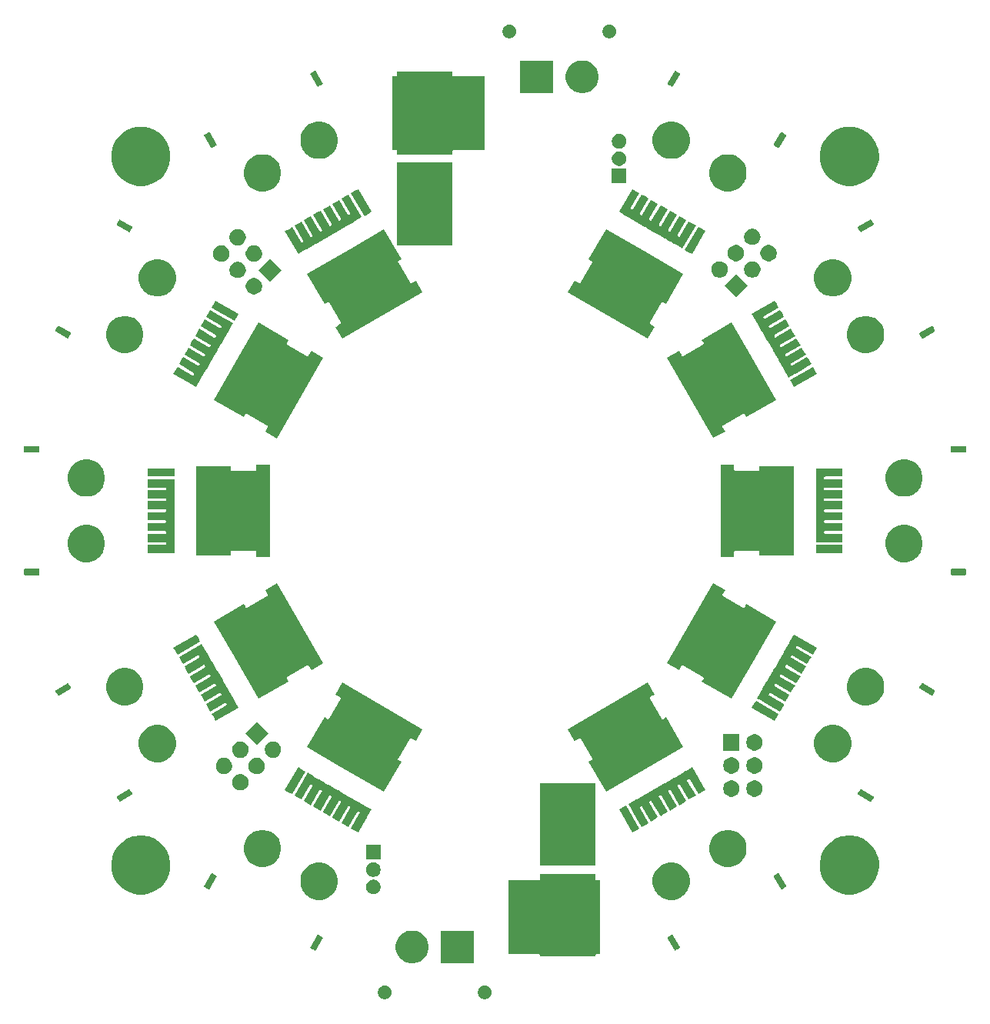
<source format=gbr>
G04 #@! TF.GenerationSoftware,KiCad,Pcbnew,(5.1.5)-3*
G04 #@! TF.CreationDate,2021-02-27T09:42:25-05:00*
G04 #@! TF.ProjectId,PDB,5044422e-6b69-4636-9164-5f7063625858,rev?*
G04 #@! TF.SameCoordinates,Original*
G04 #@! TF.FileFunction,Soldermask,Top*
G04 #@! TF.FilePolarity,Negative*
%FSLAX46Y46*%
G04 Gerber Fmt 4.6, Leading zero omitted, Abs format (unit mm)*
G04 Created by KiCad (PCBNEW (5.1.5)-3) date 2021-02-27 09:42:25*
%MOMM*%
%LPD*%
G04 APERTURE LIST*
%ADD10C,0.100000*%
G04 APERTURE END LIST*
D10*
G36*
X218865059Y-172358294D02*
G01*
X219001732Y-172414906D01*
X219124735Y-172497094D01*
X219229340Y-172601699D01*
X219311528Y-172724702D01*
X219368140Y-172861375D01*
X219397000Y-173006467D01*
X219397000Y-173154401D01*
X219368140Y-173299493D01*
X219311528Y-173436166D01*
X219229340Y-173559169D01*
X219124735Y-173663774D01*
X219001732Y-173745962D01*
X219001731Y-173745963D01*
X219001730Y-173745963D01*
X218865059Y-173802574D01*
X218719968Y-173831434D01*
X218572032Y-173831434D01*
X218426941Y-173802574D01*
X218290270Y-173745963D01*
X218290269Y-173745963D01*
X218290268Y-173745962D01*
X218167265Y-173663774D01*
X218062660Y-173559169D01*
X217980472Y-173436166D01*
X217923860Y-173299493D01*
X217895000Y-173154401D01*
X217895000Y-173006467D01*
X217923860Y-172861375D01*
X217980472Y-172724702D01*
X218062660Y-172601699D01*
X218167265Y-172497094D01*
X218290268Y-172414906D01*
X218426941Y-172358294D01*
X218572032Y-172329434D01*
X218719968Y-172329434D01*
X218865059Y-172358294D01*
G37*
G36*
X207865059Y-172358294D02*
G01*
X208001732Y-172414906D01*
X208124735Y-172497094D01*
X208229340Y-172601699D01*
X208311528Y-172724702D01*
X208368140Y-172861375D01*
X208397000Y-173006467D01*
X208397000Y-173154401D01*
X208368140Y-173299493D01*
X208311528Y-173436166D01*
X208229340Y-173559169D01*
X208124735Y-173663774D01*
X208001732Y-173745962D01*
X208001731Y-173745963D01*
X208001730Y-173745963D01*
X207865059Y-173802574D01*
X207719968Y-173831434D01*
X207572032Y-173831434D01*
X207426941Y-173802574D01*
X207290270Y-173745963D01*
X207290269Y-173745963D01*
X207290268Y-173745962D01*
X207167265Y-173663774D01*
X207062660Y-173559169D01*
X206980472Y-173436166D01*
X206923860Y-173299493D01*
X206895000Y-173154401D01*
X206895000Y-173006467D01*
X206923860Y-172861375D01*
X206980472Y-172724702D01*
X207062660Y-172601699D01*
X207167265Y-172497094D01*
X207290268Y-172414906D01*
X207426941Y-172358294D01*
X207572032Y-172329434D01*
X207719968Y-172329434D01*
X207865059Y-172358294D01*
G37*
G36*
X211171331Y-166348645D02*
G01*
X211499092Y-166484408D01*
X211794070Y-166681506D01*
X212044928Y-166932364D01*
X212242026Y-167227342D01*
X212377789Y-167555103D01*
X212447000Y-167903050D01*
X212447000Y-168257818D01*
X212377789Y-168605765D01*
X212242026Y-168933526D01*
X212044928Y-169228504D01*
X211794070Y-169479362D01*
X211499092Y-169676460D01*
X211171331Y-169812223D01*
X210823384Y-169881434D01*
X210468616Y-169881434D01*
X210120669Y-169812223D01*
X209792908Y-169676460D01*
X209497930Y-169479362D01*
X209247072Y-169228504D01*
X209049974Y-168933526D01*
X208914211Y-168605765D01*
X208845000Y-168257818D01*
X208845000Y-167903050D01*
X208914211Y-167555103D01*
X209049974Y-167227342D01*
X209247072Y-166932364D01*
X209497930Y-166681506D01*
X209792908Y-166484408D01*
X210120669Y-166348645D01*
X210468616Y-166279434D01*
X210823384Y-166279434D01*
X211171331Y-166348645D01*
G37*
G36*
X217447000Y-169881434D02*
G01*
X213845000Y-169881434D01*
X213845000Y-166279434D01*
X217447000Y-166279434D01*
X217447000Y-169881434D01*
G37*
G36*
X230841000Y-160648435D02*
G01*
X230843402Y-160672821D01*
X230850515Y-160696270D01*
X230862066Y-160717881D01*
X230877611Y-160736823D01*
X230896553Y-160752368D01*
X230918164Y-160763919D01*
X230941613Y-160771032D01*
X230965999Y-160773434D01*
X231341000Y-160773434D01*
X231341000Y-168875434D01*
X230965999Y-168875434D01*
X230941613Y-168877836D01*
X230918164Y-168884949D01*
X230896553Y-168896500D01*
X230877611Y-168912045D01*
X230862066Y-168930987D01*
X230850515Y-168952598D01*
X230843402Y-168976047D01*
X230841000Y-169000433D01*
X230841000Y-169125434D01*
X224739000Y-169125434D01*
X224739000Y-169000433D01*
X224736598Y-168976047D01*
X224729485Y-168952598D01*
X224717934Y-168930987D01*
X224702389Y-168912045D01*
X224683447Y-168896500D01*
X224661836Y-168884949D01*
X224638387Y-168877836D01*
X224614001Y-168875434D01*
X221239000Y-168875434D01*
X221239000Y-160773434D01*
X224614001Y-160773434D01*
X224638387Y-160771032D01*
X224661836Y-160763919D01*
X224683447Y-160752368D01*
X224702389Y-160736823D01*
X224717934Y-160717881D01*
X224729485Y-160696270D01*
X224736598Y-160672821D01*
X224739000Y-160648435D01*
X224739000Y-160023434D01*
X230841000Y-160023434D01*
X230841000Y-160648435D01*
G37*
G36*
X239310154Y-166749819D02*
G01*
X239330781Y-166757582D01*
X239349487Y-166769214D01*
X239365570Y-166784278D01*
X239382001Y-166807208D01*
X240113855Y-168074817D01*
X240125498Y-168100512D01*
X240130501Y-168121968D01*
X240131221Y-168143991D01*
X240127633Y-168165726D01*
X240119870Y-168186353D01*
X240108238Y-168205059D01*
X240093173Y-168221143D01*
X240070250Y-168237570D01*
X239668662Y-168469427D01*
X239642964Y-168481070D01*
X239621510Y-168486073D01*
X239599487Y-168486793D01*
X239577752Y-168483205D01*
X239557125Y-168475442D01*
X239538419Y-168463810D01*
X239522336Y-168448746D01*
X239505905Y-168425816D01*
X238774051Y-167158207D01*
X238762408Y-167132512D01*
X238757405Y-167111056D01*
X238756685Y-167089033D01*
X238760273Y-167067298D01*
X238768036Y-167046671D01*
X238779668Y-167027965D01*
X238794733Y-167011881D01*
X238817656Y-166995454D01*
X239219244Y-166763597D01*
X239244942Y-166751954D01*
X239266396Y-166746951D01*
X239288419Y-166746231D01*
X239310154Y-166749819D01*
G37*
G36*
X200312852Y-166746517D02*
G01*
X200334306Y-166751520D01*
X200360004Y-166763163D01*
X200761592Y-166995020D01*
X200784515Y-167011447D01*
X200799580Y-167027531D01*
X200811212Y-167046237D01*
X200818975Y-167066864D01*
X200822563Y-167088599D01*
X200821843Y-167110622D01*
X200816840Y-167132078D01*
X200805197Y-167157773D01*
X200073343Y-168425382D01*
X200056912Y-168448312D01*
X200040829Y-168463376D01*
X200022123Y-168475008D01*
X200001496Y-168482771D01*
X199979761Y-168486359D01*
X199957738Y-168485639D01*
X199936284Y-168480636D01*
X199910586Y-168468993D01*
X199508998Y-168237136D01*
X199486075Y-168220709D01*
X199471010Y-168204625D01*
X199459378Y-168185919D01*
X199451615Y-168165292D01*
X199448027Y-168143557D01*
X199448747Y-168121534D01*
X199453750Y-168100078D01*
X199465393Y-168074383D01*
X200197247Y-166806774D01*
X200213678Y-166783844D01*
X200229761Y-166768780D01*
X200248467Y-166757148D01*
X200269094Y-166749385D01*
X200290829Y-166745797D01*
X200312852Y-166746517D01*
G37*
G36*
X239770187Y-158873178D02*
G01*
X240143444Y-159027786D01*
X240143446Y-159027787D01*
X240289585Y-159125434D01*
X240479369Y-159252244D01*
X240765049Y-159537924D01*
X240989507Y-159873849D01*
X241144115Y-160247106D01*
X241222933Y-160643353D01*
X241222933Y-161047367D01*
X241144115Y-161443614D01*
X241022856Y-161736359D01*
X240989506Y-161816873D01*
X240765049Y-162152796D01*
X240479369Y-162438476D01*
X240143446Y-162662933D01*
X240143445Y-162662934D01*
X240143444Y-162662934D01*
X239770187Y-162817542D01*
X239373940Y-162896360D01*
X238969926Y-162896360D01*
X238573679Y-162817542D01*
X238200422Y-162662934D01*
X238200421Y-162662934D01*
X238200420Y-162662933D01*
X237864497Y-162438476D01*
X237578817Y-162152796D01*
X237354360Y-161816873D01*
X237321010Y-161736359D01*
X237199751Y-161443614D01*
X237120933Y-161047367D01*
X237120933Y-160643353D01*
X237199751Y-160247106D01*
X237354359Y-159873849D01*
X237578817Y-159537924D01*
X237864497Y-159252244D01*
X238054281Y-159125434D01*
X238200420Y-159027787D01*
X238200422Y-159027786D01*
X238573679Y-158873178D01*
X238969926Y-158794360D01*
X239373940Y-158794360D01*
X239770187Y-158873178D01*
G37*
G36*
X201005569Y-158872744D02*
G01*
X201378826Y-159027352D01*
X201378828Y-159027353D01*
X201433415Y-159063827D01*
X201714751Y-159251810D01*
X202000431Y-159537490D01*
X202224889Y-159873415D01*
X202379497Y-160246672D01*
X202458315Y-160642919D01*
X202458315Y-161046933D01*
X202379497Y-161443180D01*
X202256288Y-161740632D01*
X202224888Y-161816439D01*
X202000431Y-162152362D01*
X201714751Y-162438042D01*
X201378828Y-162662499D01*
X201378827Y-162662500D01*
X201378826Y-162662500D01*
X201005569Y-162817108D01*
X200609322Y-162895926D01*
X200205308Y-162895926D01*
X199809061Y-162817108D01*
X199435804Y-162662500D01*
X199435803Y-162662500D01*
X199435802Y-162662499D01*
X199099879Y-162438042D01*
X198814199Y-162152362D01*
X198589742Y-161816439D01*
X198558342Y-161740632D01*
X198435133Y-161443180D01*
X198356315Y-161046933D01*
X198356315Y-160642919D01*
X198435133Y-160246672D01*
X198589741Y-159873415D01*
X198814199Y-159537490D01*
X199099879Y-159251810D01*
X199381215Y-159063827D01*
X199435802Y-159027353D01*
X199435804Y-159027352D01*
X199809061Y-158872744D01*
X200205308Y-158793926D01*
X200609322Y-158793926D01*
X201005569Y-158872744D01*
G37*
G36*
X181424239Y-155885901D02*
G01*
X181738282Y-155948368D01*
X182329926Y-156193435D01*
X182862392Y-156549218D01*
X183315216Y-157002042D01*
X183670999Y-157534508D01*
X183916066Y-158126152D01*
X183949610Y-158294788D01*
X184041000Y-158754237D01*
X184041000Y-159394631D01*
X184012497Y-159537924D01*
X183916066Y-160022716D01*
X183670999Y-160614360D01*
X183471967Y-160912232D01*
X183315217Y-161146825D01*
X182862391Y-161599651D01*
X182756477Y-161670420D01*
X182329926Y-161955433D01*
X181738282Y-162200500D01*
X181466041Y-162254652D01*
X181110197Y-162325434D01*
X180469803Y-162325434D01*
X180113959Y-162254652D01*
X179841718Y-162200500D01*
X179250074Y-161955433D01*
X178823523Y-161670420D01*
X178717609Y-161599651D01*
X178264783Y-161146825D01*
X178108033Y-160912232D01*
X177909001Y-160614360D01*
X177663934Y-160022716D01*
X177567503Y-159537924D01*
X177539000Y-159394631D01*
X177539000Y-158754237D01*
X177630390Y-158294788D01*
X177663934Y-158126152D01*
X177909001Y-157534508D01*
X178264784Y-157002042D01*
X178717608Y-156549218D01*
X179250074Y-156193435D01*
X179841718Y-155948368D01*
X180155761Y-155885901D01*
X180469803Y-155823434D01*
X181110197Y-155823434D01*
X181424239Y-155885901D01*
G37*
G36*
X259424239Y-155885901D02*
G01*
X259738282Y-155948368D01*
X260329926Y-156193435D01*
X260862392Y-156549218D01*
X261315216Y-157002042D01*
X261670999Y-157534508D01*
X261916066Y-158126152D01*
X261949610Y-158294788D01*
X262041000Y-158754237D01*
X262041000Y-159394631D01*
X262012497Y-159537924D01*
X261916066Y-160022716D01*
X261670999Y-160614360D01*
X261471967Y-160912232D01*
X261315217Y-161146825D01*
X260862391Y-161599651D01*
X260756477Y-161670420D01*
X260329926Y-161955433D01*
X259738282Y-162200500D01*
X259466041Y-162254652D01*
X259110197Y-162325434D01*
X258469803Y-162325434D01*
X258113959Y-162254652D01*
X257841718Y-162200500D01*
X257250074Y-161955433D01*
X256823523Y-161670420D01*
X256717609Y-161599651D01*
X256264783Y-161146825D01*
X256108033Y-160912232D01*
X255909001Y-160614360D01*
X255663934Y-160022716D01*
X255567503Y-159537924D01*
X255539000Y-159394631D01*
X255539000Y-158754237D01*
X255630390Y-158294788D01*
X255663934Y-158126152D01*
X255909001Y-157534508D01*
X256264784Y-157002042D01*
X256717608Y-156549218D01*
X257250074Y-156193435D01*
X257841718Y-155948368D01*
X258155761Y-155885901D01*
X258469803Y-155823434D01*
X259110197Y-155823434D01*
X259424239Y-155885901D01*
G37*
G36*
X206623642Y-160714215D02*
G01*
X206769414Y-160774596D01*
X206769416Y-160774597D01*
X206900608Y-160862256D01*
X207012178Y-160973826D01*
X207090588Y-161091176D01*
X207099838Y-161105020D01*
X207160219Y-161250792D01*
X207191000Y-161405541D01*
X207191000Y-161563327D01*
X207160219Y-161718076D01*
X207113089Y-161831857D01*
X207099837Y-161863850D01*
X207012178Y-161995042D01*
X206900608Y-162106612D01*
X206769416Y-162194271D01*
X206769415Y-162194272D01*
X206769414Y-162194272D01*
X206623642Y-162254653D01*
X206468893Y-162285434D01*
X206311107Y-162285434D01*
X206156358Y-162254653D01*
X206010586Y-162194272D01*
X206010585Y-162194272D01*
X206010584Y-162194271D01*
X205879392Y-162106612D01*
X205767822Y-161995042D01*
X205680163Y-161863850D01*
X205666911Y-161831857D01*
X205619781Y-161718076D01*
X205589000Y-161563327D01*
X205589000Y-161405541D01*
X205619781Y-161250792D01*
X205680162Y-161105020D01*
X205689412Y-161091176D01*
X205767822Y-160973826D01*
X205879392Y-160862256D01*
X206010584Y-160774597D01*
X206010586Y-160774596D01*
X206156358Y-160714215D01*
X206311107Y-160683434D01*
X206468893Y-160683434D01*
X206623642Y-160714215D01*
G37*
G36*
X251001496Y-159999819D02*
G01*
X251022123Y-160007582D01*
X251040829Y-160019214D01*
X251056912Y-160034278D01*
X251073343Y-160057208D01*
X251805197Y-161324817D01*
X251816840Y-161350512D01*
X251821843Y-161371968D01*
X251822563Y-161393991D01*
X251818975Y-161415726D01*
X251811212Y-161436353D01*
X251799580Y-161455059D01*
X251784515Y-161471143D01*
X251761592Y-161487570D01*
X251360004Y-161719427D01*
X251334306Y-161731070D01*
X251312852Y-161736073D01*
X251290829Y-161736793D01*
X251269094Y-161733205D01*
X251248467Y-161725442D01*
X251229761Y-161713810D01*
X251213678Y-161698746D01*
X251197247Y-161675816D01*
X250465393Y-160408207D01*
X250453750Y-160382512D01*
X250448747Y-160361056D01*
X250448027Y-160339033D01*
X250451615Y-160317298D01*
X250459378Y-160296671D01*
X250471010Y-160277965D01*
X250486075Y-160261881D01*
X250508998Y-160245454D01*
X250910586Y-160013597D01*
X250936284Y-160001954D01*
X250957738Y-159996951D01*
X250979761Y-159996231D01*
X251001496Y-159999819D01*
G37*
G36*
X188621510Y-159996517D02*
G01*
X188642964Y-160001520D01*
X188668662Y-160013163D01*
X189070250Y-160245020D01*
X189093173Y-160261447D01*
X189108238Y-160277531D01*
X189119870Y-160296237D01*
X189127633Y-160316864D01*
X189131221Y-160338599D01*
X189130501Y-160360622D01*
X189125498Y-160382078D01*
X189113855Y-160407773D01*
X188382001Y-161675382D01*
X188365570Y-161698312D01*
X188349487Y-161713376D01*
X188330781Y-161725008D01*
X188310154Y-161732771D01*
X188288419Y-161736359D01*
X188266396Y-161735639D01*
X188244942Y-161730636D01*
X188219244Y-161718993D01*
X187817656Y-161487136D01*
X187794733Y-161470709D01*
X187779668Y-161454625D01*
X187768036Y-161435919D01*
X187760273Y-161415292D01*
X187756685Y-161393557D01*
X187757405Y-161371534D01*
X187762408Y-161350078D01*
X187774051Y-161324383D01*
X188505905Y-160056774D01*
X188522336Y-160033844D01*
X188538419Y-160018780D01*
X188557125Y-160007148D01*
X188577752Y-159999385D01*
X188599487Y-159995797D01*
X188621510Y-159996517D01*
G37*
G36*
X206623642Y-158804215D02*
G01*
X206769414Y-158864596D01*
X206769416Y-158864597D01*
X206900608Y-158952256D01*
X207012178Y-159063826D01*
X207099837Y-159195018D01*
X207099838Y-159195020D01*
X207160219Y-159340792D01*
X207191000Y-159495541D01*
X207191000Y-159653327D01*
X207160219Y-159808076D01*
X207099838Y-159953848D01*
X207099837Y-159953850D01*
X207012178Y-160085042D01*
X206900608Y-160196612D01*
X206769416Y-160284271D01*
X206769415Y-160284272D01*
X206769414Y-160284272D01*
X206623642Y-160344653D01*
X206468893Y-160375434D01*
X206311107Y-160375434D01*
X206156358Y-160344653D01*
X206010586Y-160284272D01*
X206010585Y-160284272D01*
X206010584Y-160284271D01*
X205879392Y-160196612D01*
X205767822Y-160085042D01*
X205680163Y-159953850D01*
X205680162Y-159953848D01*
X205619781Y-159808076D01*
X205589000Y-159653327D01*
X205589000Y-159495541D01*
X205619781Y-159340792D01*
X205680162Y-159195020D01*
X205680163Y-159195018D01*
X205767822Y-159063826D01*
X205879392Y-158952256D01*
X206010584Y-158864597D01*
X206010586Y-158864596D01*
X206156358Y-158804215D01*
X206311107Y-158773434D01*
X206468893Y-158773434D01*
X206623642Y-158804215D01*
G37*
G36*
X246005569Y-155273178D02*
G01*
X246378826Y-155427786D01*
X246378828Y-155427787D01*
X246461090Y-155482753D01*
X246714751Y-155652244D01*
X247000431Y-155937924D01*
X247224889Y-156273849D01*
X247379497Y-156647106D01*
X247458315Y-157043353D01*
X247458315Y-157447367D01*
X247379497Y-157843614D01*
X247239392Y-158181857D01*
X247224888Y-158216873D01*
X247000431Y-158552796D01*
X246714751Y-158838476D01*
X246378828Y-159062933D01*
X246378827Y-159062934D01*
X246378826Y-159062934D01*
X246005569Y-159217542D01*
X245609322Y-159296360D01*
X245205308Y-159296360D01*
X244809061Y-159217542D01*
X244435804Y-159062934D01*
X244435803Y-159062934D01*
X244435802Y-159062933D01*
X244099879Y-158838476D01*
X243814199Y-158552796D01*
X243589742Y-158216873D01*
X243575238Y-158181857D01*
X243435133Y-157843614D01*
X243356315Y-157447367D01*
X243356315Y-157043353D01*
X243435133Y-156647106D01*
X243589741Y-156273849D01*
X243814199Y-155937924D01*
X244099879Y-155652244D01*
X244353540Y-155482753D01*
X244435802Y-155427787D01*
X244435804Y-155427786D01*
X244809061Y-155273178D01*
X245205308Y-155194360D01*
X245609322Y-155194360D01*
X246005569Y-155273178D01*
G37*
G36*
X194770187Y-155272744D02*
G01*
X195143444Y-155427352D01*
X195143446Y-155427353D01*
X195362071Y-155573434D01*
X195479369Y-155651810D01*
X195765049Y-155937490D01*
X195989507Y-156273415D01*
X196144115Y-156646672D01*
X196222933Y-157042919D01*
X196222933Y-157446933D01*
X196144115Y-157843180D01*
X196055261Y-158057692D01*
X195989506Y-158216439D01*
X195765049Y-158552362D01*
X195479369Y-158838042D01*
X195143446Y-159062499D01*
X195143445Y-159062500D01*
X195143444Y-159062500D01*
X194770187Y-159217108D01*
X194373940Y-159295926D01*
X193969926Y-159295926D01*
X193573679Y-159217108D01*
X193200422Y-159062500D01*
X193200421Y-159062500D01*
X193200420Y-159062499D01*
X192864497Y-158838042D01*
X192578817Y-158552362D01*
X192354360Y-158216439D01*
X192288605Y-158057692D01*
X192199751Y-157843180D01*
X192120933Y-157446933D01*
X192120933Y-157042919D01*
X192199751Y-156646672D01*
X192354359Y-156273415D01*
X192578817Y-155937490D01*
X192864497Y-155651810D01*
X192981795Y-155573434D01*
X193200420Y-155427353D01*
X193200422Y-155427352D01*
X193573679Y-155272744D01*
X193969926Y-155193926D01*
X194373940Y-155193926D01*
X194770187Y-155272744D01*
G37*
G36*
X230841000Y-159125434D02*
G01*
X224739000Y-159125434D01*
X224739000Y-150023434D01*
X230841000Y-150023434D01*
X230841000Y-159125434D01*
G37*
G36*
X207191000Y-158465434D02*
G01*
X205589000Y-158465434D01*
X205589000Y-156863434D01*
X207191000Y-156863434D01*
X207191000Y-158465434D01*
G37*
G36*
X199577588Y-149164132D02*
G01*
X200041624Y-149432043D01*
X200041629Y-149432047D01*
X200083200Y-149456048D01*
X200083208Y-149456052D01*
X200191453Y-149518547D01*
X200399394Y-149638602D01*
X201080859Y-150032046D01*
X201080860Y-150032047D01*
X201122431Y-150056048D01*
X201122439Y-150056052D01*
X201230684Y-150118547D01*
X201609540Y-150337280D01*
X202120081Y-150632041D01*
X202120088Y-150632046D01*
X202161666Y-150656051D01*
X202161676Y-150656056D01*
X202269914Y-150718547D01*
X202521132Y-150863588D01*
X203159320Y-151232046D01*
X203159321Y-151232047D01*
X203200892Y-151256048D01*
X203200900Y-151256052D01*
X203309145Y-151318547D01*
X203569609Y-151468926D01*
X204198551Y-151832046D01*
X204198552Y-151832047D01*
X204240123Y-151856048D01*
X204240126Y-151856050D01*
X204348375Y-151918547D01*
X204810229Y-152185199D01*
X205237781Y-152432046D01*
X205237782Y-152432047D01*
X205279353Y-152456048D01*
X205279361Y-152456052D01*
X205387606Y-152518547D01*
X205544874Y-152609346D01*
X206168761Y-152969547D01*
X205717760Y-153750702D01*
X205655261Y-153858954D01*
X205259294Y-154544788D01*
X204717760Y-155482753D01*
X203936605Y-155031753D01*
X204874106Y-153407954D01*
X204884219Y-153385635D01*
X204889784Y-153361771D01*
X204890585Y-153337280D01*
X204886594Y-153313103D01*
X204877962Y-153290169D01*
X204865022Y-153269360D01*
X204848272Y-153251476D01*
X204828352Y-153237202D01*
X204786780Y-153213201D01*
X204764460Y-153203088D01*
X204740596Y-153197524D01*
X204716105Y-153196723D01*
X204691929Y-153200715D01*
X204668995Y-153209346D01*
X204648186Y-153222286D01*
X204630302Y-153239037D01*
X204616030Y-153258955D01*
X203678530Y-154882753D01*
X203678529Y-154882753D01*
X203093157Y-154544788D01*
X202897374Y-154431753D01*
X203834875Y-152807954D01*
X203844988Y-152785635D01*
X203850553Y-152761771D01*
X203851354Y-152737280D01*
X203847363Y-152713103D01*
X203838731Y-152690169D01*
X203825791Y-152669360D01*
X203809041Y-152651476D01*
X203789122Y-152637203D01*
X203747551Y-152613202D01*
X203725232Y-152603089D01*
X203701368Y-152597524D01*
X203676877Y-152596723D01*
X203652700Y-152600714D01*
X203629766Y-152609346D01*
X203608957Y-152622286D01*
X203591073Y-152639036D01*
X203576800Y-152658955D01*
X202639300Y-154282753D01*
X202639299Y-154282753D01*
X201905258Y-153858954D01*
X201858144Y-153831753D01*
X202795645Y-152207954D01*
X202805758Y-152185635D01*
X202811323Y-152161771D01*
X202812124Y-152137280D01*
X202808133Y-152113103D01*
X202799501Y-152090169D01*
X202786561Y-152069360D01*
X202769811Y-152051476D01*
X202749891Y-152037202D01*
X202708319Y-152013201D01*
X202685999Y-152003088D01*
X202662135Y-151997524D01*
X202637644Y-151996723D01*
X202613468Y-152000715D01*
X202590534Y-152009346D01*
X202569725Y-152022286D01*
X202551841Y-152039037D01*
X202537569Y-152058955D01*
X201600069Y-153682753D01*
X201600068Y-153682753D01*
X201044910Y-153362232D01*
X200818913Y-153231753D01*
X201756414Y-151607954D01*
X201766527Y-151585635D01*
X201772092Y-151561771D01*
X201772893Y-151537280D01*
X201768902Y-151513103D01*
X201760270Y-151490169D01*
X201747330Y-151469360D01*
X201730580Y-151451476D01*
X201710661Y-151437203D01*
X201669090Y-151413202D01*
X201646771Y-151403089D01*
X201622907Y-151397524D01*
X201598416Y-151396723D01*
X201574239Y-151400714D01*
X201551305Y-151409346D01*
X201530496Y-151422286D01*
X201512612Y-151439036D01*
X201498339Y-151458955D01*
X200560839Y-153082753D01*
X200560838Y-153082753D01*
X200045463Y-152785201D01*
X199779683Y-152631753D01*
X200717184Y-151007954D01*
X200727297Y-150985635D01*
X200732862Y-150961771D01*
X200733663Y-150937280D01*
X200729672Y-150913103D01*
X200721040Y-150890169D01*
X200708100Y-150869360D01*
X200691350Y-150851476D01*
X200671430Y-150837202D01*
X200629858Y-150813201D01*
X200607538Y-150803088D01*
X200583674Y-150797524D01*
X200559183Y-150796723D01*
X200535007Y-150800715D01*
X200512073Y-150809346D01*
X200491264Y-150822286D01*
X200473380Y-150839037D01*
X200459108Y-150858955D01*
X199521608Y-152482753D01*
X199521607Y-152482753D01*
X198973512Y-152166310D01*
X198740452Y-152031753D01*
X199677953Y-150407954D01*
X199688066Y-150385635D01*
X199693631Y-150361771D01*
X199694432Y-150337280D01*
X199690441Y-150313103D01*
X199681809Y-150290169D01*
X199668869Y-150269360D01*
X199652119Y-150251476D01*
X199632200Y-150237203D01*
X199590629Y-150213202D01*
X199568310Y-150203089D01*
X199544446Y-150197524D01*
X199519955Y-150196723D01*
X199495778Y-150200714D01*
X199472844Y-150209346D01*
X199452035Y-150222286D01*
X199434151Y-150239036D01*
X199419878Y-150258955D01*
X198482378Y-151882753D01*
X198482377Y-151882753D01*
X197988485Y-151597604D01*
X197701222Y-151431753D01*
X198638722Y-149807955D01*
X199152222Y-148918547D01*
X199152223Y-148918547D01*
X199577588Y-149164132D01*
G37*
G36*
X235644147Y-155031319D02*
G01*
X235362503Y-155193926D01*
X234862992Y-155482319D01*
X234862991Y-155482319D01*
X233411991Y-152969113D01*
X233895137Y-152690169D01*
X234193146Y-152518113D01*
X234193147Y-152518113D01*
X235644147Y-155031319D01*
G37*
G36*
X242918761Y-150831319D02*
G01*
X242595735Y-151017818D01*
X242137606Y-151282319D01*
X242137605Y-151282319D01*
X241200105Y-149658521D01*
X241185832Y-149638602D01*
X241167948Y-149621852D01*
X241147139Y-149608912D01*
X241124205Y-149600280D01*
X241100028Y-149596289D01*
X241075537Y-149597090D01*
X241051673Y-149602655D01*
X241029355Y-149612767D01*
X240987783Y-149636768D01*
X240967864Y-149651041D01*
X240951113Y-149668925D01*
X240938173Y-149689734D01*
X240929542Y-149712668D01*
X240925550Y-149736844D01*
X240926351Y-149761335D01*
X240931915Y-149785199D01*
X240942029Y-149807520D01*
X241879530Y-151431319D01*
X241554356Y-151619058D01*
X241098375Y-151882319D01*
X241098374Y-151882319D01*
X240160874Y-150258521D01*
X240146601Y-150238602D01*
X240128717Y-150221852D01*
X240107908Y-150208912D01*
X240084974Y-150200280D01*
X240060797Y-150196289D01*
X240036306Y-150197090D01*
X240012442Y-150202655D01*
X239990123Y-150212768D01*
X239948552Y-150236769D01*
X239928633Y-150251042D01*
X239911883Y-150268926D01*
X239898943Y-150289735D01*
X239890311Y-150312669D01*
X239886320Y-150336846D01*
X239887121Y-150361337D01*
X239892686Y-150385201D01*
X239902799Y-150407520D01*
X240840300Y-152031319D01*
X240449722Y-152256819D01*
X240059145Y-152482319D01*
X240059144Y-152482319D01*
X239121644Y-150858521D01*
X239107371Y-150838602D01*
X239089487Y-150821852D01*
X239068678Y-150808912D01*
X239045744Y-150800280D01*
X239021567Y-150796289D01*
X238997076Y-150797090D01*
X238973212Y-150802655D01*
X238950894Y-150812767D01*
X238909322Y-150836768D01*
X238889403Y-150851041D01*
X238872652Y-150868925D01*
X238859712Y-150889734D01*
X238851081Y-150912668D01*
X238847089Y-150936844D01*
X238847890Y-150961335D01*
X238853454Y-150985199D01*
X238863568Y-151007520D01*
X239801069Y-152631319D01*
X239575119Y-152761771D01*
X239019914Y-153082319D01*
X239019913Y-153082319D01*
X238082413Y-151458521D01*
X238068140Y-151438602D01*
X238050256Y-151421852D01*
X238029447Y-151408912D01*
X238006513Y-151400280D01*
X237982336Y-151396289D01*
X237957845Y-151397090D01*
X237933981Y-151402655D01*
X237911662Y-151412768D01*
X237870091Y-151436769D01*
X237850172Y-151451042D01*
X237833422Y-151468926D01*
X237820482Y-151489735D01*
X237811850Y-151512669D01*
X237807859Y-151536846D01*
X237808660Y-151561337D01*
X237814225Y-151585201D01*
X237824338Y-151607520D01*
X238761839Y-153231319D01*
X238371261Y-153456819D01*
X237980684Y-153682319D01*
X237980683Y-153682319D01*
X237043183Y-152058521D01*
X237028910Y-152038602D01*
X237011026Y-152021852D01*
X236990217Y-152008912D01*
X236967283Y-152000280D01*
X236943106Y-151996289D01*
X236918615Y-151997090D01*
X236894751Y-152002655D01*
X236872433Y-152012767D01*
X236830861Y-152036768D01*
X236810942Y-152051041D01*
X236794191Y-152068925D01*
X236781251Y-152089734D01*
X236772620Y-152112668D01*
X236768628Y-152136844D01*
X236769429Y-152161335D01*
X236774993Y-152185199D01*
X236785107Y-152207520D01*
X237722608Y-153831319D01*
X237332030Y-154056819D01*
X236941453Y-154282319D01*
X236941452Y-154282319D01*
X236003952Y-152658521D01*
X235989679Y-152638602D01*
X235971795Y-152621852D01*
X235950986Y-152608912D01*
X235928052Y-152600280D01*
X235903875Y-152596289D01*
X235879384Y-152597090D01*
X235855520Y-152602655D01*
X235833201Y-152612768D01*
X235791630Y-152636769D01*
X235771711Y-152651042D01*
X235754961Y-152668926D01*
X235742021Y-152689735D01*
X235733389Y-152712669D01*
X235729398Y-152736846D01*
X235730199Y-152761337D01*
X235735764Y-152785201D01*
X235745877Y-152807520D01*
X236683378Y-154431319D01*
X236384147Y-154604080D01*
X235902223Y-154882319D01*
X235902222Y-154882319D01*
X234964722Y-153258521D01*
X234964720Y-153258518D01*
X234902222Y-153150268D01*
X234863130Y-153082558D01*
X234677923Y-152761771D01*
X234451222Y-152369114D01*
X234451222Y-152369113D01*
X235340624Y-151855616D01*
X235340629Y-151855614D01*
X235382200Y-151831613D01*
X235382201Y-151831612D01*
X236379848Y-151255620D01*
X236379860Y-151255614D01*
X236421432Y-151231612D01*
X237419085Y-150655616D01*
X237419090Y-150655614D01*
X237460661Y-150631613D01*
X237460662Y-150631612D01*
X238458309Y-150055620D01*
X238458323Y-150055613D01*
X238499893Y-150031612D01*
X239497546Y-149455616D01*
X239497551Y-149455614D01*
X239539122Y-149431613D01*
X239539123Y-149431612D01*
X240536770Y-148855620D01*
X240536784Y-148855613D01*
X240578354Y-148831612D01*
X240991092Y-148593318D01*
X241467760Y-148318113D01*
X241467761Y-148318113D01*
X242918761Y-150831319D01*
G37*
G36*
X260076622Y-150733499D02*
G01*
X260098078Y-150738502D01*
X260123773Y-150750145D01*
X261391382Y-151481999D01*
X261414312Y-151498430D01*
X261429376Y-151514513D01*
X261441008Y-151533219D01*
X261448771Y-151553846D01*
X261452359Y-151575581D01*
X261451639Y-151597604D01*
X261446636Y-151619058D01*
X261434993Y-151644756D01*
X261203136Y-152046344D01*
X261186709Y-152069267D01*
X261170625Y-152084332D01*
X261151919Y-152095964D01*
X261131292Y-152103727D01*
X261109557Y-152107315D01*
X261087534Y-152106595D01*
X261066078Y-152101592D01*
X261040383Y-152089949D01*
X259772774Y-151358095D01*
X259749844Y-151341664D01*
X259734780Y-151325581D01*
X259723148Y-151306875D01*
X259715385Y-151286248D01*
X259711797Y-151264513D01*
X259712517Y-151242490D01*
X259717520Y-151221036D01*
X259729163Y-151195338D01*
X259961020Y-150793750D01*
X259977447Y-150770827D01*
X259993531Y-150755762D01*
X260012237Y-150744130D01*
X260032864Y-150736367D01*
X260054599Y-150732779D01*
X260076622Y-150733499D01*
G37*
G36*
X179546702Y-150735615D02*
G01*
X179567329Y-150743378D01*
X179586035Y-150755010D01*
X179602119Y-150770075D01*
X179618546Y-150792998D01*
X179850403Y-151194586D01*
X179862046Y-151220284D01*
X179867049Y-151241738D01*
X179867769Y-151263761D01*
X179864181Y-151285496D01*
X179856418Y-151306123D01*
X179844786Y-151324829D01*
X179829722Y-151340912D01*
X179806792Y-151357343D01*
X178539183Y-152089197D01*
X178513488Y-152100840D01*
X178492032Y-152105843D01*
X178470009Y-152106563D01*
X178448274Y-152102975D01*
X178427647Y-152095212D01*
X178408941Y-152083580D01*
X178392857Y-152068515D01*
X178376430Y-152045592D01*
X178144573Y-151644004D01*
X178132930Y-151618306D01*
X178127927Y-151596852D01*
X178127207Y-151574829D01*
X178130795Y-151553094D01*
X178138558Y-151532467D01*
X178150190Y-151513761D01*
X178165254Y-151497678D01*
X178188184Y-151481247D01*
X179455793Y-150749393D01*
X179481488Y-150737750D01*
X179502944Y-150732747D01*
X179524967Y-150732027D01*
X179546702Y-150735615D01*
G37*
G36*
X248443512Y-149758361D02*
G01*
X248592812Y-149788058D01*
X248756784Y-149855978D01*
X248904354Y-149954581D01*
X249029853Y-150080080D01*
X249128456Y-150227650D01*
X249196376Y-150391622D01*
X249231000Y-150565693D01*
X249231000Y-150743175D01*
X249196376Y-150917246D01*
X249128456Y-151081218D01*
X249029853Y-151228788D01*
X248904354Y-151354287D01*
X248756784Y-151452890D01*
X248592812Y-151520810D01*
X248443512Y-151550507D01*
X248418742Y-151555434D01*
X248241258Y-151555434D01*
X248216488Y-151550507D01*
X248067188Y-151520810D01*
X247903216Y-151452890D01*
X247755646Y-151354287D01*
X247630147Y-151228788D01*
X247531544Y-151081218D01*
X247463624Y-150917246D01*
X247429000Y-150743175D01*
X247429000Y-150565693D01*
X247463624Y-150391622D01*
X247531544Y-150227650D01*
X247630147Y-150080080D01*
X247755646Y-149954581D01*
X247903216Y-149855978D01*
X248067188Y-149788058D01*
X248216488Y-149758361D01*
X248241258Y-149753434D01*
X248418742Y-149753434D01*
X248443512Y-149758361D01*
G37*
G36*
X245903512Y-149758361D02*
G01*
X246052812Y-149788058D01*
X246216784Y-149855978D01*
X246364354Y-149954581D01*
X246489853Y-150080080D01*
X246588456Y-150227650D01*
X246656376Y-150391622D01*
X246691000Y-150565693D01*
X246691000Y-150743175D01*
X246656376Y-150917246D01*
X246588456Y-151081218D01*
X246489853Y-151228788D01*
X246364354Y-151354287D01*
X246216784Y-151452890D01*
X246052812Y-151520810D01*
X245903512Y-151550507D01*
X245878742Y-151555434D01*
X245701258Y-151555434D01*
X245676488Y-151550507D01*
X245527188Y-151520810D01*
X245363216Y-151452890D01*
X245215646Y-151354287D01*
X245090147Y-151228788D01*
X244991544Y-151081218D01*
X244923624Y-150917246D01*
X244889000Y-150743175D01*
X244889000Y-150565693D01*
X244923624Y-150391622D01*
X244991544Y-150227650D01*
X245090147Y-150080080D01*
X245215646Y-149954581D01*
X245363216Y-149855978D01*
X245527188Y-149788058D01*
X245676488Y-149758361D01*
X245701258Y-149753434D01*
X245878742Y-149753434D01*
X245903512Y-149758361D01*
G37*
G36*
X198498666Y-148541216D02*
G01*
X198894147Y-148769547D01*
X197443147Y-151282753D01*
X197443146Y-151282753D01*
X197052569Y-151057253D01*
X196661991Y-150831753D01*
X198112991Y-148318547D01*
X198112992Y-148318547D01*
X198498666Y-148541216D01*
G37*
G36*
X211808472Y-144101281D02*
G01*
X211057472Y-145402051D01*
X211057471Y-145402052D01*
X210559505Y-145114551D01*
X210537186Y-145104438D01*
X210513322Y-145098873D01*
X210488831Y-145098072D01*
X210464654Y-145102063D01*
X210441720Y-145110695D01*
X210420911Y-145123635D01*
X210403027Y-145140385D01*
X210388754Y-145160304D01*
X209114754Y-147366938D01*
X209104641Y-147389257D01*
X209099076Y-147413121D01*
X209098275Y-147437612D01*
X209102266Y-147461789D01*
X209110898Y-147484723D01*
X209123838Y-147505532D01*
X209140588Y-147523416D01*
X209160506Y-147537689D01*
X209485267Y-147725190D01*
X207584267Y-151017818D01*
X207584266Y-151017818D01*
X202799405Y-148255277D01*
X199095485Y-146116818D01*
X200996485Y-142824190D01*
X200996486Y-142824190D01*
X201321245Y-143011690D01*
X201343565Y-143021803D01*
X201367429Y-143027368D01*
X201391920Y-143028169D01*
X201416097Y-143024178D01*
X201439031Y-143015546D01*
X201459840Y-143002606D01*
X201477724Y-142985856D01*
X201491997Y-142965937D01*
X202765998Y-140759302D01*
X202776111Y-140736983D01*
X202781676Y-140713119D01*
X202782477Y-140688628D01*
X202778486Y-140664451D01*
X202769854Y-140641517D01*
X202756914Y-140620708D01*
X202740164Y-140602824D01*
X202720245Y-140588551D01*
X202674746Y-140562282D01*
X202222280Y-140301051D01*
X202973280Y-139000281D01*
X211808472Y-144101281D01*
G37*
G36*
X237358472Y-140300617D02*
G01*
X237108612Y-140444874D01*
X236860507Y-140588117D01*
X236840588Y-140602390D01*
X236823838Y-140620274D01*
X236810898Y-140641083D01*
X236802266Y-140664017D01*
X236798275Y-140688194D01*
X236799076Y-140712685D01*
X236804641Y-140736549D01*
X236814754Y-140758868D01*
X238088755Y-142965503D01*
X238103028Y-142985422D01*
X238120912Y-143002172D01*
X238141721Y-143015112D01*
X238164655Y-143023744D01*
X238188832Y-143027735D01*
X238213323Y-143026934D01*
X238237187Y-143021369D01*
X238259507Y-143011256D01*
X238584266Y-142823756D01*
X238584267Y-142823756D01*
X240485267Y-146116384D01*
X236870837Y-148203176D01*
X231996486Y-151017384D01*
X231996485Y-151017384D01*
X230095485Y-147724756D01*
X230375499Y-147563090D01*
X230420246Y-147537255D01*
X230440164Y-147522982D01*
X230456914Y-147505098D01*
X230469854Y-147484289D01*
X230478486Y-147461355D01*
X230482477Y-147437178D01*
X230481676Y-147412687D01*
X230476111Y-147388823D01*
X230465998Y-147366504D01*
X229191998Y-145159870D01*
X229177725Y-145139951D01*
X229159841Y-145123201D01*
X229139032Y-145110261D01*
X229116098Y-145101629D01*
X229091921Y-145097638D01*
X229067430Y-145098439D01*
X229043566Y-145104004D01*
X229021247Y-145114117D01*
X228523281Y-145401618D01*
X228471322Y-145311622D01*
X227772280Y-144100847D01*
X236607472Y-138999847D01*
X237358472Y-140300617D01*
G37*
G36*
X191857461Y-149066515D02*
G01*
X192006761Y-149096212D01*
X192170733Y-149164132D01*
X192318303Y-149262735D01*
X192443802Y-149388234D01*
X192542405Y-149535804D01*
X192610325Y-149699776D01*
X192640022Y-149849076D01*
X192644949Y-149873846D01*
X192644949Y-150051330D01*
X192644010Y-150056052D01*
X192610325Y-150225400D01*
X192542405Y-150389372D01*
X192443802Y-150536942D01*
X192318303Y-150662441D01*
X192170733Y-150761044D01*
X192006761Y-150828964D01*
X191858164Y-150858521D01*
X191832691Y-150863588D01*
X191655207Y-150863588D01*
X191629734Y-150858521D01*
X191481137Y-150828964D01*
X191317165Y-150761044D01*
X191169595Y-150662441D01*
X191044096Y-150536942D01*
X190945493Y-150389372D01*
X190877573Y-150225400D01*
X190843888Y-150056052D01*
X190842949Y-150051330D01*
X190842949Y-149873846D01*
X190847876Y-149849076D01*
X190877573Y-149699776D01*
X190945493Y-149535804D01*
X191044096Y-149388234D01*
X191169595Y-149262735D01*
X191317165Y-149164132D01*
X191481137Y-149096212D01*
X191630437Y-149066515D01*
X191655207Y-149061588D01*
X191832691Y-149061588D01*
X191857461Y-149066515D01*
G37*
G36*
X190061410Y-147270463D02*
G01*
X190210710Y-147300160D01*
X190374682Y-147368080D01*
X190522252Y-147466683D01*
X190647751Y-147592182D01*
X190746354Y-147739752D01*
X190814274Y-147903724D01*
X190848898Y-148077795D01*
X190848898Y-148255277D01*
X190814274Y-148429348D01*
X190746354Y-148593320D01*
X190647751Y-148740890D01*
X190522252Y-148866389D01*
X190374682Y-148964992D01*
X190210710Y-149032912D01*
X190066542Y-149061588D01*
X190036640Y-149067536D01*
X189859156Y-149067536D01*
X189829254Y-149061588D01*
X189685086Y-149032912D01*
X189521114Y-148964992D01*
X189373544Y-148866389D01*
X189248045Y-148740890D01*
X189149442Y-148593320D01*
X189081522Y-148429348D01*
X189046898Y-148255277D01*
X189046898Y-148077795D01*
X189081522Y-147903724D01*
X189149442Y-147739752D01*
X189248045Y-147592182D01*
X189373544Y-147466683D01*
X189521114Y-147368080D01*
X189685086Y-147300160D01*
X189834386Y-147270463D01*
X189859156Y-147265536D01*
X190036640Y-147265536D01*
X190061410Y-147270463D01*
G37*
G36*
X193653512Y-147270463D02*
G01*
X193802812Y-147300160D01*
X193966784Y-147368080D01*
X194114354Y-147466683D01*
X194239853Y-147592182D01*
X194338456Y-147739752D01*
X194406376Y-147903724D01*
X194441000Y-148077795D01*
X194441000Y-148255277D01*
X194406376Y-148429348D01*
X194338456Y-148593320D01*
X194239853Y-148740890D01*
X194114354Y-148866389D01*
X193966784Y-148964992D01*
X193802812Y-149032912D01*
X193658644Y-149061588D01*
X193628742Y-149067536D01*
X193451258Y-149067536D01*
X193421356Y-149061588D01*
X193277188Y-149032912D01*
X193113216Y-148964992D01*
X192965646Y-148866389D01*
X192840147Y-148740890D01*
X192741544Y-148593320D01*
X192673624Y-148429348D01*
X192639000Y-148255277D01*
X192639000Y-148077795D01*
X192673624Y-147903724D01*
X192741544Y-147739752D01*
X192840147Y-147592182D01*
X192965646Y-147466683D01*
X193113216Y-147368080D01*
X193277188Y-147300160D01*
X193426488Y-147270463D01*
X193451258Y-147265536D01*
X193628742Y-147265536D01*
X193653512Y-147270463D01*
G37*
G36*
X248443512Y-147218361D02*
G01*
X248592812Y-147248058D01*
X248756784Y-147315978D01*
X248904354Y-147414581D01*
X249029853Y-147540080D01*
X249128456Y-147687650D01*
X249196376Y-147851622D01*
X249231000Y-148025693D01*
X249231000Y-148203175D01*
X249196376Y-148377246D01*
X249128456Y-148541218D01*
X249029853Y-148688788D01*
X248904354Y-148814287D01*
X248756784Y-148912890D01*
X248592812Y-148980810D01*
X248443512Y-149010507D01*
X248418742Y-149015434D01*
X248241258Y-149015434D01*
X248216488Y-149010507D01*
X248067188Y-148980810D01*
X247903216Y-148912890D01*
X247755646Y-148814287D01*
X247630147Y-148688788D01*
X247531544Y-148541218D01*
X247463624Y-148377246D01*
X247429000Y-148203175D01*
X247429000Y-148025693D01*
X247463624Y-147851622D01*
X247531544Y-147687650D01*
X247630147Y-147540080D01*
X247755646Y-147414581D01*
X247903216Y-147315978D01*
X248067188Y-147248058D01*
X248216488Y-147218361D01*
X248241258Y-147213434D01*
X248418742Y-147213434D01*
X248443512Y-147218361D01*
G37*
G36*
X245903512Y-147218361D02*
G01*
X246052812Y-147248058D01*
X246216784Y-147315978D01*
X246364354Y-147414581D01*
X246489853Y-147540080D01*
X246588456Y-147687650D01*
X246656376Y-147851622D01*
X246691000Y-148025693D01*
X246691000Y-148203175D01*
X246656376Y-148377246D01*
X246588456Y-148541218D01*
X246489853Y-148688788D01*
X246364354Y-148814287D01*
X246216784Y-148912890D01*
X246052812Y-148980810D01*
X245903512Y-149010507D01*
X245878742Y-149015434D01*
X245701258Y-149015434D01*
X245676488Y-149010507D01*
X245527188Y-148980810D01*
X245363216Y-148912890D01*
X245215646Y-148814287D01*
X245090147Y-148688788D01*
X244991544Y-148541218D01*
X244923624Y-148377246D01*
X244889000Y-148203175D01*
X244889000Y-148025693D01*
X244923624Y-147851622D01*
X244991544Y-147687650D01*
X245090147Y-147540080D01*
X245215646Y-147414581D01*
X245363216Y-147315978D01*
X245527188Y-147248058D01*
X245676488Y-147218361D01*
X245701258Y-147213434D01*
X245878742Y-147213434D01*
X245903512Y-147218361D01*
G37*
G36*
X257559180Y-143719885D02*
G01*
X257930624Y-143873742D01*
X257932439Y-143874494D01*
X258268362Y-144098951D01*
X258554042Y-144384631D01*
X258777997Y-144719802D01*
X258778500Y-144720556D01*
X258933108Y-145093813D01*
X259011926Y-145490060D01*
X259011926Y-145894074D01*
X258933108Y-146290321D01*
X258778500Y-146663578D01*
X258778499Y-146663580D01*
X258554042Y-146999503D01*
X258268362Y-147285183D01*
X257932439Y-147509640D01*
X257932438Y-147509641D01*
X257932437Y-147509641D01*
X257559180Y-147664249D01*
X257162933Y-147743067D01*
X256758919Y-147743067D01*
X256362672Y-147664249D01*
X255989415Y-147509641D01*
X255989414Y-147509641D01*
X255989413Y-147509640D01*
X255653490Y-147285183D01*
X255367810Y-146999503D01*
X255143353Y-146663580D01*
X255143352Y-146663578D01*
X254988744Y-146290321D01*
X254909926Y-145894074D01*
X254909926Y-145490060D01*
X254988744Y-145093813D01*
X255143352Y-144720556D01*
X255143856Y-144719802D01*
X255367810Y-144384631D01*
X255653490Y-144098951D01*
X255989413Y-143874494D01*
X255991228Y-143873742D01*
X256362672Y-143719885D01*
X256758919Y-143641067D01*
X257162933Y-143641067D01*
X257559180Y-143719885D01*
G37*
G36*
X183216894Y-143719133D02*
G01*
X183590151Y-143873741D01*
X183590153Y-143873742D01*
X183926076Y-144098199D01*
X184211756Y-144383879D01*
X184428367Y-144708059D01*
X184436214Y-144719804D01*
X184590822Y-145093061D01*
X184669640Y-145489308D01*
X184669640Y-145893322D01*
X184590822Y-146289569D01*
X184520547Y-146459227D01*
X184436213Y-146662828D01*
X184211756Y-146998751D01*
X183926076Y-147284431D01*
X183590153Y-147508888D01*
X183590152Y-147508889D01*
X183590151Y-147508889D01*
X183216894Y-147663497D01*
X182820647Y-147742315D01*
X182416633Y-147742315D01*
X182020386Y-147663497D01*
X181647129Y-147508889D01*
X181647128Y-147508889D01*
X181647127Y-147508888D01*
X181311204Y-147284431D01*
X181025524Y-146998751D01*
X180801067Y-146662828D01*
X180716733Y-146459227D01*
X180646458Y-146289569D01*
X180567640Y-145893322D01*
X180567640Y-145489308D01*
X180646458Y-145093061D01*
X180801066Y-144719804D01*
X180808914Y-144708059D01*
X181025524Y-144383879D01*
X181311204Y-144098199D01*
X181647127Y-143873742D01*
X181647129Y-143873741D01*
X182020386Y-143719133D01*
X182416633Y-143640315D01*
X182820647Y-143640315D01*
X183216894Y-143719133D01*
G37*
G36*
X195449563Y-145474412D02*
G01*
X195598863Y-145504109D01*
X195762835Y-145572029D01*
X195910405Y-145670632D01*
X196035904Y-145796131D01*
X196134507Y-145943701D01*
X196202427Y-146107673D01*
X196237051Y-146281744D01*
X196237051Y-146459226D01*
X196202427Y-146633297D01*
X196134507Y-146797269D01*
X196035904Y-146944839D01*
X195910405Y-147070338D01*
X195762835Y-147168941D01*
X195598863Y-147236861D01*
X195454700Y-147265536D01*
X195424793Y-147271485D01*
X195247309Y-147271485D01*
X195217402Y-147265536D01*
X195073239Y-147236861D01*
X194909267Y-147168941D01*
X194761697Y-147070338D01*
X194636198Y-146944839D01*
X194537595Y-146797269D01*
X194469675Y-146633297D01*
X194435051Y-146459226D01*
X194435051Y-146281744D01*
X194469675Y-146107673D01*
X194537595Y-145943701D01*
X194636198Y-145796131D01*
X194761697Y-145670632D01*
X194909267Y-145572029D01*
X195073239Y-145504109D01*
X195222539Y-145474412D01*
X195247309Y-145469485D01*
X195424793Y-145469485D01*
X195449563Y-145474412D01*
G37*
G36*
X191857461Y-145474412D02*
G01*
X192006761Y-145504109D01*
X192170733Y-145572029D01*
X192318303Y-145670632D01*
X192443802Y-145796131D01*
X192542405Y-145943701D01*
X192610325Y-146107673D01*
X192644949Y-146281744D01*
X192644949Y-146459226D01*
X192610325Y-146633297D01*
X192542405Y-146797269D01*
X192443802Y-146944839D01*
X192318303Y-147070338D01*
X192170733Y-147168941D01*
X192006761Y-147236861D01*
X191862598Y-147265536D01*
X191832691Y-147271485D01*
X191655207Y-147271485D01*
X191625300Y-147265536D01*
X191481137Y-147236861D01*
X191317165Y-147168941D01*
X191169595Y-147070338D01*
X191044096Y-146944839D01*
X190945493Y-146797269D01*
X190877573Y-146633297D01*
X190842949Y-146459226D01*
X190842949Y-146281744D01*
X190877573Y-146107673D01*
X190945493Y-145943701D01*
X191044096Y-145796131D01*
X191169595Y-145670632D01*
X191317165Y-145572029D01*
X191481137Y-145504109D01*
X191630437Y-145474412D01*
X191655207Y-145469485D01*
X191832691Y-145469485D01*
X191857461Y-145474412D01*
G37*
G36*
X246691000Y-146475434D02*
G01*
X244889000Y-146475434D01*
X244889000Y-144673434D01*
X246691000Y-144673434D01*
X246691000Y-146475434D01*
G37*
G36*
X248443512Y-144678361D02*
G01*
X248592812Y-144708058D01*
X248756784Y-144775978D01*
X248904354Y-144874581D01*
X249029853Y-145000080D01*
X249128456Y-145147650D01*
X249196376Y-145311622D01*
X249231000Y-145485693D01*
X249231000Y-145663175D01*
X249196376Y-145837246D01*
X249128456Y-146001218D01*
X249029853Y-146148788D01*
X248904354Y-146274287D01*
X248756784Y-146372890D01*
X248592812Y-146440810D01*
X248443512Y-146470507D01*
X248418742Y-146475434D01*
X248241258Y-146475434D01*
X248216488Y-146470507D01*
X248067188Y-146440810D01*
X247903216Y-146372890D01*
X247755646Y-146274287D01*
X247630147Y-146148788D01*
X247531544Y-146001218D01*
X247463624Y-145837246D01*
X247429000Y-145663175D01*
X247429000Y-145485693D01*
X247463624Y-145311622D01*
X247531544Y-145147650D01*
X247630147Y-145000080D01*
X247755646Y-144874581D01*
X247903216Y-144775978D01*
X248067188Y-144708058D01*
X248216488Y-144678361D01*
X248241258Y-144673434D01*
X248418742Y-144673434D01*
X248443512Y-144678361D01*
G37*
G36*
X194814206Y-144574434D02*
G01*
X193540000Y-145848640D01*
X192265794Y-144574434D01*
X193540000Y-143300228D01*
X194814206Y-144574434D01*
G37*
G36*
X188008384Y-135624624D02*
G01*
X188008386Y-135624629D01*
X188032387Y-135666200D01*
X188032388Y-135666201D01*
X188608380Y-136663848D01*
X188608386Y-136663860D01*
X188632388Y-136705432D01*
X189208384Y-137703085D01*
X189208386Y-137703090D01*
X189232387Y-137744661D01*
X189232388Y-137744662D01*
X189808380Y-138742309D01*
X189808387Y-138742323D01*
X189832388Y-138783893D01*
X190408384Y-139781546D01*
X190408386Y-139781551D01*
X190432387Y-139823122D01*
X190432388Y-139823123D01*
X191008380Y-140820770D01*
X191008387Y-140820784D01*
X191032388Y-140862354D01*
X191094887Y-140970606D01*
X191545887Y-141751760D01*
X191545887Y-141751761D01*
X189032681Y-143202761D01*
X188807181Y-142812183D01*
X188581681Y-142421606D01*
X188581681Y-142421605D01*
X190205479Y-141484105D01*
X190225398Y-141469832D01*
X190242148Y-141451948D01*
X190255088Y-141431139D01*
X190263720Y-141408205D01*
X190267711Y-141384028D01*
X190266910Y-141359537D01*
X190261345Y-141335673D01*
X190251233Y-141313355D01*
X190227232Y-141271783D01*
X190212959Y-141251864D01*
X190195075Y-141235113D01*
X190174266Y-141222173D01*
X190151332Y-141213542D01*
X190127156Y-141209550D01*
X190102665Y-141210351D01*
X190078801Y-141215915D01*
X190056480Y-141226029D01*
X188432681Y-142163530D01*
X188040415Y-141484105D01*
X187981681Y-141382375D01*
X187981681Y-141382374D01*
X189605479Y-140444874D01*
X189625398Y-140430601D01*
X189642148Y-140412717D01*
X189655088Y-140391908D01*
X189663720Y-140368974D01*
X189667711Y-140344797D01*
X189666910Y-140320306D01*
X189661345Y-140296442D01*
X189651232Y-140274123D01*
X189627231Y-140232552D01*
X189612958Y-140212633D01*
X189595074Y-140195883D01*
X189574265Y-140182943D01*
X189551331Y-140174311D01*
X189527154Y-140170320D01*
X189502663Y-140171121D01*
X189478799Y-140176686D01*
X189456480Y-140186799D01*
X187832681Y-141124300D01*
X187531607Y-140602824D01*
X187381681Y-140343145D01*
X187381681Y-140343144D01*
X189005479Y-139405644D01*
X189025398Y-139391371D01*
X189042148Y-139373487D01*
X189055088Y-139352678D01*
X189063720Y-139329744D01*
X189067711Y-139305567D01*
X189066910Y-139281076D01*
X189061345Y-139257212D01*
X189051233Y-139234894D01*
X189027232Y-139193322D01*
X189012959Y-139173403D01*
X188995075Y-139156652D01*
X188974266Y-139143712D01*
X188951332Y-139135081D01*
X188927156Y-139131089D01*
X188902665Y-139131890D01*
X188878801Y-139137454D01*
X188856480Y-139147568D01*
X187232681Y-140085069D01*
X186980932Y-139649027D01*
X186781681Y-139303914D01*
X186781681Y-139303913D01*
X188405479Y-138366413D01*
X188425398Y-138352140D01*
X188442148Y-138334256D01*
X188455088Y-138313447D01*
X188463720Y-138290513D01*
X188467711Y-138266336D01*
X188466910Y-138241845D01*
X188461345Y-138217981D01*
X188451232Y-138195662D01*
X188427231Y-138154091D01*
X188412958Y-138134172D01*
X188395074Y-138117422D01*
X188374265Y-138104482D01*
X188351331Y-138095850D01*
X188327154Y-138091859D01*
X188302663Y-138092660D01*
X188278799Y-138098225D01*
X188256480Y-138108338D01*
X186632681Y-139045839D01*
X186329339Y-138520435D01*
X186181681Y-138264684D01*
X186181681Y-138264683D01*
X187805479Y-137327183D01*
X187825398Y-137312910D01*
X187842148Y-137295026D01*
X187855088Y-137274217D01*
X187863720Y-137251283D01*
X187867711Y-137227106D01*
X187866910Y-137202615D01*
X187861345Y-137178751D01*
X187851233Y-137156433D01*
X187827232Y-137114861D01*
X187812959Y-137094942D01*
X187795075Y-137078191D01*
X187774266Y-137065251D01*
X187751332Y-137056620D01*
X187727156Y-137052628D01*
X187702665Y-137053429D01*
X187678801Y-137058993D01*
X187656480Y-137069107D01*
X186032681Y-138006608D01*
X185794512Y-137594086D01*
X185581681Y-137225453D01*
X185581681Y-137225452D01*
X187205479Y-136287952D01*
X187225398Y-136273679D01*
X187242148Y-136255795D01*
X187255088Y-136234986D01*
X187263720Y-136212052D01*
X187267711Y-136187875D01*
X187266910Y-136163384D01*
X187261345Y-136139520D01*
X187251232Y-136117201D01*
X187227231Y-136075630D01*
X187212958Y-136055711D01*
X187195074Y-136038961D01*
X187174265Y-136026021D01*
X187151331Y-136017389D01*
X187127154Y-136013398D01*
X187102663Y-136014199D01*
X187078799Y-136019764D01*
X187056480Y-136029877D01*
X185432681Y-136967378D01*
X185194511Y-136554855D01*
X184981681Y-136186223D01*
X184981681Y-136186222D01*
X186605479Y-135248722D01*
X186605480Y-135248721D01*
X187053782Y-134989894D01*
X187494886Y-134735222D01*
X187494887Y-134735222D01*
X188008384Y-135624624D01*
G37*
G36*
X250998753Y-142420853D02*
G01*
X250998753Y-142420854D01*
X250773253Y-142811431D01*
X250547753Y-143202009D01*
X248034547Y-141751009D01*
X248034547Y-141751008D01*
X248343483Y-141215915D01*
X248485547Y-140969853D01*
X250998753Y-142420853D01*
G37*
G36*
X252874348Y-133804244D02*
G01*
X255198753Y-135146240D01*
X254747753Y-135927395D01*
X253123954Y-134989894D01*
X253101635Y-134979781D01*
X253077771Y-134974216D01*
X253053280Y-134973415D01*
X253029103Y-134977406D01*
X253006169Y-134986038D01*
X252985360Y-134998978D01*
X252967476Y-135015728D01*
X252953202Y-135035648D01*
X252929201Y-135077220D01*
X252919088Y-135099540D01*
X252913524Y-135123404D01*
X252912723Y-135147895D01*
X252916715Y-135172071D01*
X252925346Y-135195005D01*
X252938286Y-135215814D01*
X252955037Y-135233698D01*
X252974955Y-135247970D01*
X254598753Y-136185470D01*
X254598753Y-136185471D01*
X254539585Y-136287952D01*
X254147753Y-136966626D01*
X252523954Y-136029125D01*
X252501635Y-136019012D01*
X252477771Y-136013447D01*
X252453280Y-136012646D01*
X252429103Y-136016637D01*
X252406169Y-136025269D01*
X252385360Y-136038209D01*
X252367476Y-136054959D01*
X252353203Y-136074878D01*
X252329202Y-136116449D01*
X252319089Y-136138768D01*
X252313524Y-136162632D01*
X252312723Y-136187123D01*
X252316714Y-136211300D01*
X252325346Y-136234234D01*
X252338286Y-136255043D01*
X252355036Y-136272927D01*
X252374955Y-136287200D01*
X253998753Y-137224700D01*
X253998753Y-137224701D01*
X253848756Y-137484503D01*
X253547753Y-138005856D01*
X251923954Y-137068355D01*
X251901635Y-137058242D01*
X251877771Y-137052677D01*
X251853280Y-137051876D01*
X251829103Y-137055867D01*
X251806169Y-137064499D01*
X251785360Y-137077439D01*
X251767476Y-137094189D01*
X251753202Y-137114109D01*
X251729201Y-137155681D01*
X251719088Y-137178001D01*
X251713524Y-137201865D01*
X251712723Y-137226356D01*
X251716715Y-137250532D01*
X251725346Y-137273466D01*
X251738286Y-137294275D01*
X251755037Y-137312159D01*
X251774955Y-137326431D01*
X253398753Y-138263931D01*
X253398753Y-138263932D01*
X253237774Y-138542755D01*
X252947753Y-139045087D01*
X251323954Y-138107586D01*
X251301635Y-138097473D01*
X251277771Y-138091908D01*
X251253280Y-138091107D01*
X251229103Y-138095098D01*
X251206169Y-138103730D01*
X251185360Y-138116670D01*
X251167476Y-138133420D01*
X251153203Y-138153339D01*
X251129202Y-138194910D01*
X251119089Y-138217229D01*
X251113524Y-138241093D01*
X251112723Y-138265584D01*
X251116714Y-138289761D01*
X251125346Y-138312695D01*
X251138286Y-138333504D01*
X251155036Y-138351388D01*
X251174955Y-138365661D01*
X252798753Y-139303161D01*
X252798753Y-139303162D01*
X252598754Y-139649570D01*
X252347753Y-140084317D01*
X250723954Y-139146816D01*
X250701635Y-139136703D01*
X250677771Y-139131138D01*
X250653280Y-139130337D01*
X250629103Y-139134328D01*
X250606169Y-139142960D01*
X250585360Y-139155900D01*
X250567476Y-139172650D01*
X250553202Y-139192570D01*
X250529201Y-139234142D01*
X250519088Y-139256462D01*
X250513524Y-139280326D01*
X250512723Y-139304817D01*
X250516715Y-139328993D01*
X250525346Y-139351927D01*
X250538286Y-139372736D01*
X250555037Y-139390620D01*
X250574955Y-139404892D01*
X252198753Y-140342392D01*
X252198753Y-140342393D01*
X251999104Y-140688194D01*
X251747753Y-141123548D01*
X250123954Y-140186047D01*
X250101635Y-140175934D01*
X250077771Y-140170369D01*
X250053280Y-140169568D01*
X250029103Y-140173559D01*
X250006169Y-140182191D01*
X249985360Y-140195131D01*
X249967476Y-140211881D01*
X249953203Y-140231800D01*
X249929202Y-140273371D01*
X249919089Y-140295690D01*
X249913524Y-140319554D01*
X249912723Y-140344045D01*
X249916714Y-140368222D01*
X249925346Y-140391156D01*
X249938286Y-140411965D01*
X249955036Y-140429849D01*
X249974955Y-140444122D01*
X251598753Y-141381622D01*
X251598753Y-141381623D01*
X251526405Y-141506933D01*
X251147753Y-142162778D01*
X249523954Y-141225277D01*
X249523951Y-141225275D01*
X249415702Y-141162778D01*
X248895353Y-140862354D01*
X248634547Y-140711778D01*
X248634547Y-140711777D01*
X248932833Y-140195131D01*
X249148043Y-139822376D01*
X249148047Y-139822371D01*
X249172048Y-139780800D01*
X249172052Y-139780792D01*
X249238327Y-139666001D01*
X249487226Y-139234894D01*
X249748046Y-138783141D01*
X249748047Y-138783140D01*
X249772048Y-138741569D01*
X249772052Y-138741561D01*
X249886399Y-138543507D01*
X250143916Y-138097473D01*
X250348041Y-137743919D01*
X250348047Y-137743911D01*
X250372051Y-137702334D01*
X250372056Y-137702324D01*
X250498249Y-137483752D01*
X250687226Y-137156433D01*
X250948046Y-136704680D01*
X250948047Y-136704679D01*
X250972048Y-136663108D01*
X250972052Y-136663100D01*
X251548046Y-135665449D01*
X251548047Y-135665448D01*
X251572047Y-135623878D01*
X252148046Y-134626219D01*
X252148047Y-134626218D01*
X252172048Y-134584647D01*
X252172052Y-134584639D01*
X252685547Y-133695239D01*
X252874348Y-133804244D01*
G37*
G36*
X261159180Y-137484503D02*
G01*
X261530624Y-137638360D01*
X261532439Y-137639112D01*
X261868362Y-137863569D01*
X262154042Y-138149249D01*
X262377997Y-138484420D01*
X262378500Y-138485174D01*
X262533108Y-138858431D01*
X262611926Y-139254678D01*
X262611926Y-139658692D01*
X262533108Y-140054939D01*
X262378500Y-140428196D01*
X262378499Y-140428198D01*
X262154042Y-140764121D01*
X261868362Y-141049801D01*
X261532439Y-141274258D01*
X261532438Y-141274259D01*
X261532437Y-141274259D01*
X261159180Y-141428867D01*
X260762933Y-141507685D01*
X260358919Y-141507685D01*
X259962672Y-141428867D01*
X259589415Y-141274259D01*
X259589414Y-141274259D01*
X259589413Y-141274258D01*
X259253490Y-141049801D01*
X258967810Y-140764121D01*
X258743353Y-140428198D01*
X258743352Y-140428196D01*
X258588744Y-140054939D01*
X258509926Y-139658692D01*
X258509926Y-139254678D01*
X258588744Y-138858431D01*
X258743352Y-138485174D01*
X258743856Y-138484420D01*
X258967810Y-138149249D01*
X259253490Y-137863569D01*
X259589413Y-137639112D01*
X259591228Y-137638360D01*
X259962672Y-137484503D01*
X260358919Y-137405685D01*
X260762933Y-137405685D01*
X261159180Y-137484503D01*
G37*
G36*
X179616894Y-137483751D02*
G01*
X179990151Y-137638359D01*
X179990153Y-137638360D01*
X180326076Y-137862817D01*
X180611756Y-138148497D01*
X180827968Y-138472080D01*
X180836214Y-138484422D01*
X180990822Y-138857679D01*
X181069640Y-139253926D01*
X181069640Y-139657940D01*
X180990822Y-140054187D01*
X180840965Y-140415973D01*
X180836213Y-140427446D01*
X180611756Y-140763369D01*
X180326076Y-141049049D01*
X179990153Y-141273506D01*
X179990152Y-141273507D01*
X179990151Y-141273507D01*
X179616894Y-141428115D01*
X179220647Y-141506933D01*
X178816633Y-141506933D01*
X178420386Y-141428115D01*
X178047129Y-141273507D01*
X178047128Y-141273507D01*
X178047127Y-141273506D01*
X177711204Y-141049049D01*
X177425524Y-140763369D01*
X177201067Y-140427446D01*
X177196315Y-140415973D01*
X177046458Y-140054187D01*
X176967640Y-139657940D01*
X176967640Y-139253926D01*
X177046458Y-138857679D01*
X177201066Y-138484422D01*
X177209313Y-138472080D01*
X177425524Y-138148497D01*
X177711204Y-137862817D01*
X178047127Y-137638360D01*
X178047129Y-137638359D01*
X178420386Y-137483751D01*
X178816633Y-137404933D01*
X179220647Y-137404933D01*
X179616894Y-137483751D01*
G37*
G36*
X200864153Y-136891472D02*
G01*
X199563383Y-137642472D01*
X199275882Y-137144506D01*
X199261610Y-137124588D01*
X199243726Y-137107838D01*
X199222917Y-137094898D01*
X199199983Y-137086266D01*
X199175806Y-137082275D01*
X199151315Y-137083076D01*
X199127451Y-137088641D01*
X199105132Y-137098754D01*
X196898497Y-138372755D01*
X196878578Y-138387028D01*
X196861828Y-138404912D01*
X196848888Y-138425721D01*
X196840256Y-138448655D01*
X196836265Y-138472832D01*
X196837066Y-138497323D01*
X196842631Y-138521187D01*
X196852744Y-138543507D01*
X197040244Y-138868266D01*
X197040244Y-138868267D01*
X193747616Y-140769267D01*
X191101160Y-136185470D01*
X188846616Y-132280486D01*
X188846616Y-132280485D01*
X192139244Y-130379485D01*
X192283873Y-130629990D01*
X192326745Y-130704246D01*
X192341018Y-130724164D01*
X192358902Y-130740914D01*
X192379711Y-130753854D01*
X192402645Y-130762486D01*
X192426822Y-130766477D01*
X192451313Y-130765676D01*
X192475177Y-130760111D01*
X192497496Y-130749998D01*
X194704130Y-129475998D01*
X194724049Y-129461725D01*
X194740799Y-129443841D01*
X194753739Y-129423032D01*
X194762371Y-129400098D01*
X194766362Y-129375921D01*
X194765561Y-129351430D01*
X194759996Y-129327566D01*
X194749883Y-129305247D01*
X194462382Y-128807281D01*
X194462383Y-128807280D01*
X195763153Y-128056280D01*
X200864153Y-136891472D01*
G37*
G36*
X245118051Y-128806528D02*
G01*
X245118052Y-128806529D01*
X244830551Y-129304495D01*
X244820438Y-129326814D01*
X244814873Y-129350678D01*
X244814072Y-129375169D01*
X244818063Y-129399346D01*
X244826695Y-129422280D01*
X244839635Y-129443089D01*
X244856385Y-129460973D01*
X244876304Y-129475246D01*
X247082938Y-130749246D01*
X247105257Y-130759359D01*
X247129121Y-130764924D01*
X247153612Y-130765725D01*
X247177789Y-130761734D01*
X247200723Y-130753102D01*
X247221532Y-130740162D01*
X247239416Y-130723412D01*
X247253689Y-130703494D01*
X247296561Y-130629238D01*
X247441190Y-130378733D01*
X250733818Y-132279733D01*
X250733818Y-132279734D01*
X248420106Y-136287200D01*
X245832818Y-140768515D01*
X242540190Y-138867515D01*
X242540190Y-138867514D01*
X242727690Y-138542755D01*
X242737803Y-138520435D01*
X242743368Y-138496571D01*
X242744169Y-138472080D01*
X242740178Y-138447903D01*
X242731546Y-138424969D01*
X242718606Y-138404160D01*
X242701856Y-138386276D01*
X242681937Y-138372003D01*
X240475302Y-137098002D01*
X240452983Y-137087889D01*
X240429119Y-137082324D01*
X240404628Y-137081523D01*
X240380451Y-137085514D01*
X240357517Y-137094146D01*
X240336708Y-137107086D01*
X240318824Y-137123836D01*
X240304552Y-137143754D01*
X240044118Y-137594838D01*
X240017051Y-137641720D01*
X238716281Y-136890720D01*
X243817281Y-128055528D01*
X245118051Y-128806528D01*
G37*
G36*
X266826622Y-139042157D02*
G01*
X266848078Y-139047160D01*
X266873773Y-139058803D01*
X268141382Y-139790657D01*
X268164312Y-139807088D01*
X268179376Y-139823171D01*
X268191008Y-139841877D01*
X268198771Y-139862504D01*
X268202359Y-139884239D01*
X268201639Y-139906262D01*
X268196636Y-139927716D01*
X268184993Y-139953414D01*
X267953136Y-140355002D01*
X267936709Y-140377925D01*
X267920625Y-140392990D01*
X267901919Y-140404622D01*
X267881292Y-140412385D01*
X267859557Y-140415973D01*
X267837534Y-140415253D01*
X267816078Y-140410250D01*
X267790383Y-140398607D01*
X266522774Y-139666753D01*
X266499844Y-139650322D01*
X266484780Y-139634239D01*
X266473148Y-139615533D01*
X266465385Y-139594906D01*
X266461797Y-139573171D01*
X266462517Y-139551148D01*
X266467520Y-139529694D01*
X266479163Y-139503996D01*
X266711020Y-139102408D01*
X266727447Y-139079485D01*
X266743531Y-139064420D01*
X266762237Y-139052788D01*
X266782864Y-139045025D01*
X266804599Y-139041437D01*
X266826622Y-139042157D01*
G37*
G36*
X172796702Y-139044273D02*
G01*
X172817329Y-139052036D01*
X172836035Y-139063668D01*
X172852119Y-139078733D01*
X172868546Y-139101656D01*
X173100403Y-139503244D01*
X173112046Y-139528942D01*
X173117049Y-139550396D01*
X173117769Y-139572419D01*
X173114181Y-139594154D01*
X173106418Y-139614781D01*
X173094786Y-139633487D01*
X173079722Y-139649570D01*
X173056792Y-139666001D01*
X171789183Y-140397855D01*
X171763488Y-140409498D01*
X171742032Y-140414501D01*
X171720009Y-140415221D01*
X171698274Y-140411633D01*
X171677647Y-140403870D01*
X171658941Y-140392238D01*
X171642857Y-140377173D01*
X171626430Y-140354250D01*
X171394573Y-139952662D01*
X171382930Y-139926964D01*
X171377927Y-139905510D01*
X171377207Y-139883487D01*
X171380795Y-139861752D01*
X171388558Y-139841125D01*
X171400190Y-139822419D01*
X171415254Y-139806336D01*
X171438184Y-139789905D01*
X172705793Y-139058051D01*
X172731488Y-139046408D01*
X172752944Y-139041405D01*
X172774967Y-139040685D01*
X172796702Y-139044273D01*
G37*
G36*
X187120387Y-134086569D02*
G01*
X187345887Y-134477146D01*
X187345887Y-134477147D01*
X184832681Y-135928147D01*
X184440415Y-135248722D01*
X184381681Y-135146992D01*
X184381681Y-135146991D01*
X186894887Y-133695991D01*
X187120387Y-134086569D01*
G37*
G36*
X271549928Y-126476198D02*
G01*
X271571009Y-126482594D01*
X271590445Y-126492982D01*
X271607476Y-126506958D01*
X271621452Y-126523989D01*
X271631840Y-126543425D01*
X271638236Y-126564506D01*
X271641000Y-126592574D01*
X271641000Y-127056294D01*
X271638236Y-127084362D01*
X271631840Y-127105443D01*
X271621452Y-127124879D01*
X271607476Y-127141910D01*
X271590445Y-127155886D01*
X271571009Y-127166274D01*
X271549928Y-127172670D01*
X271521860Y-127175434D01*
X270058140Y-127175434D01*
X270030072Y-127172670D01*
X270008991Y-127166274D01*
X269989555Y-127155886D01*
X269972524Y-127141910D01*
X269958548Y-127124879D01*
X269948160Y-127105443D01*
X269941764Y-127084362D01*
X269939000Y-127056294D01*
X269939000Y-126592574D01*
X269941764Y-126564506D01*
X269948160Y-126543425D01*
X269958548Y-126523989D01*
X269972524Y-126506958D01*
X269989555Y-126492982D01*
X270008991Y-126482594D01*
X270030072Y-126476198D01*
X270058140Y-126473434D01*
X271521860Y-126473434D01*
X271549928Y-126476198D01*
G37*
G36*
X169549928Y-126475330D02*
G01*
X169571009Y-126481726D01*
X169590445Y-126492114D01*
X169607476Y-126506090D01*
X169621452Y-126523121D01*
X169631840Y-126542557D01*
X169638236Y-126563638D01*
X169641000Y-126591706D01*
X169641000Y-127055426D01*
X169638236Y-127083494D01*
X169631840Y-127104575D01*
X169621452Y-127124011D01*
X169607476Y-127141042D01*
X169590445Y-127155018D01*
X169571009Y-127165406D01*
X169549928Y-127171802D01*
X169521860Y-127174566D01*
X168058140Y-127174566D01*
X168030072Y-127171802D01*
X168008991Y-127165406D01*
X167989555Y-127155018D01*
X167972524Y-127141042D01*
X167958548Y-127124011D01*
X167948160Y-127104575D01*
X167941764Y-127083494D01*
X167939000Y-127055426D01*
X167939000Y-126591706D01*
X167941764Y-126563638D01*
X167948160Y-126542557D01*
X167958548Y-126523121D01*
X167972524Y-126506090D01*
X167989555Y-126492114D01*
X168008991Y-126481726D01*
X168030072Y-126475330D01*
X168058140Y-126472566D01*
X169521860Y-126472566D01*
X169549928Y-126475330D01*
G37*
G36*
X265388254Y-121702252D02*
G01*
X265761511Y-121856860D01*
X265761513Y-121856861D01*
X266097436Y-122081318D01*
X266383116Y-122366998D01*
X266548104Y-122613919D01*
X266607574Y-122702923D01*
X266762182Y-123076180D01*
X266841000Y-123472427D01*
X266841000Y-123876441D01*
X266762182Y-124272688D01*
X266607933Y-124645079D01*
X266607573Y-124645947D01*
X266383116Y-124981870D01*
X266097436Y-125267550D01*
X265761513Y-125492007D01*
X265761512Y-125492008D01*
X265761511Y-125492008D01*
X265388254Y-125646616D01*
X264992007Y-125725434D01*
X264587993Y-125725434D01*
X264191746Y-125646616D01*
X263818489Y-125492008D01*
X263818488Y-125492008D01*
X263818487Y-125492007D01*
X263482564Y-125267550D01*
X263196884Y-124981870D01*
X262972427Y-124645947D01*
X262972067Y-124645079D01*
X262817818Y-124272688D01*
X262739000Y-123876441D01*
X262739000Y-123472427D01*
X262817818Y-123076180D01*
X262972426Y-122702923D01*
X263031897Y-122613919D01*
X263196884Y-122366998D01*
X263482564Y-122081318D01*
X263818487Y-121856861D01*
X263818489Y-121856860D01*
X264191746Y-121702252D01*
X264587993Y-121623434D01*
X264992007Y-121623434D01*
X265388254Y-121702252D01*
G37*
G36*
X175388254Y-121701384D02*
G01*
X175761511Y-121855992D01*
X175761513Y-121855993D01*
X176097436Y-122080450D01*
X176383116Y-122366130D01*
X176548684Y-122613919D01*
X176607574Y-122702055D01*
X176762182Y-123075312D01*
X176841000Y-123471559D01*
X176841000Y-123875573D01*
X176762182Y-124271820D01*
X176626066Y-124600433D01*
X176607573Y-124645079D01*
X176383116Y-124981002D01*
X176097436Y-125266682D01*
X175761513Y-125491139D01*
X175761512Y-125491140D01*
X175761511Y-125491140D01*
X175388254Y-125645748D01*
X174992007Y-125724566D01*
X174587993Y-125724566D01*
X174191746Y-125645748D01*
X173818489Y-125491140D01*
X173818488Y-125491140D01*
X173818487Y-125491139D01*
X173482564Y-125266682D01*
X173196884Y-124981002D01*
X172972427Y-124645079D01*
X172953934Y-124600433D01*
X172817818Y-124271820D01*
X172739000Y-123875573D01*
X172739000Y-123471559D01*
X172817818Y-123075312D01*
X172972426Y-122702055D01*
X173031317Y-122613919D01*
X173196884Y-122366130D01*
X173482564Y-122080450D01*
X173818487Y-121855993D01*
X173818489Y-121855992D01*
X174191746Y-121701384D01*
X174587993Y-121622566D01*
X174992007Y-121622566D01*
X175388254Y-121701384D01*
G37*
G36*
X194991000Y-125175434D02*
G01*
X193489000Y-125175434D01*
X193489000Y-124600433D01*
X193486598Y-124576047D01*
X193479485Y-124552598D01*
X193467934Y-124530987D01*
X193452389Y-124512045D01*
X193433447Y-124496500D01*
X193411836Y-124484949D01*
X193388387Y-124477836D01*
X193364001Y-124475434D01*
X190815999Y-124475434D01*
X190791613Y-124477836D01*
X190768164Y-124484949D01*
X190746553Y-124496500D01*
X190727611Y-124512045D01*
X190712066Y-124530987D01*
X190700515Y-124552598D01*
X190693402Y-124576047D01*
X190691000Y-124600433D01*
X190691000Y-124975434D01*
X186889000Y-124975434D01*
X186889000Y-115173434D01*
X190691000Y-115173434D01*
X190691000Y-115548435D01*
X190693402Y-115572821D01*
X190700515Y-115596270D01*
X190712066Y-115617881D01*
X190727611Y-115636823D01*
X190746553Y-115652368D01*
X190768164Y-115663919D01*
X190791613Y-115671032D01*
X190815999Y-115673434D01*
X193364001Y-115673434D01*
X193388387Y-115671032D01*
X193411836Y-115663919D01*
X193433447Y-115652368D01*
X193452389Y-115636823D01*
X193467934Y-115617881D01*
X193479485Y-115596270D01*
X193486598Y-115572821D01*
X193489000Y-115548435D01*
X193489000Y-114973434D01*
X194991000Y-114973434D01*
X194991000Y-125175434D01*
G37*
G36*
X246091000Y-115547567D02*
G01*
X246093402Y-115571953D01*
X246100515Y-115595402D01*
X246112066Y-115617013D01*
X246127611Y-115635955D01*
X246146553Y-115651500D01*
X246168164Y-115663051D01*
X246191613Y-115670164D01*
X246215999Y-115672566D01*
X248764001Y-115672566D01*
X248788387Y-115670164D01*
X248811836Y-115663051D01*
X248833447Y-115651500D01*
X248852389Y-115635955D01*
X248867934Y-115617013D01*
X248879485Y-115595402D01*
X248886598Y-115571953D01*
X248889000Y-115547567D01*
X248889000Y-115172566D01*
X252691000Y-115172566D01*
X252691000Y-124974566D01*
X248889000Y-124974566D01*
X248889000Y-124599565D01*
X248886598Y-124575179D01*
X248879485Y-124551730D01*
X248867934Y-124530119D01*
X248852389Y-124511177D01*
X248833447Y-124495632D01*
X248811836Y-124484081D01*
X248788387Y-124476968D01*
X248764001Y-124474566D01*
X246215999Y-124474566D01*
X246191613Y-124476968D01*
X246168164Y-124484081D01*
X246146553Y-124495632D01*
X246127611Y-124511177D01*
X246112066Y-124530119D01*
X246100515Y-124551730D01*
X246093402Y-124575179D01*
X246091000Y-124599565D01*
X246091000Y-125174566D01*
X244589000Y-125174566D01*
X244589000Y-114972566D01*
X246091000Y-114972566D01*
X246091000Y-115547567D01*
G37*
G36*
X184491000Y-124725434D02*
G01*
X181589000Y-124725434D01*
X181589000Y-123823434D01*
X183464001Y-123823434D01*
X183488387Y-123821032D01*
X183511836Y-123813919D01*
X183533447Y-123802368D01*
X183552389Y-123786823D01*
X183567934Y-123767881D01*
X183579485Y-123746270D01*
X183586598Y-123722821D01*
X183589000Y-123698435D01*
X183589000Y-123650433D01*
X183586598Y-123626047D01*
X183579485Y-123602598D01*
X183567934Y-123580987D01*
X183552389Y-123562045D01*
X183533447Y-123546500D01*
X183511836Y-123534949D01*
X183488387Y-123527836D01*
X183464001Y-123525434D01*
X181589000Y-123525434D01*
X181589000Y-122623434D01*
X183464001Y-122623434D01*
X183488387Y-122621032D01*
X183511836Y-122613919D01*
X183533447Y-122602368D01*
X183552389Y-122586823D01*
X183567934Y-122567881D01*
X183579485Y-122546270D01*
X183586598Y-122522821D01*
X183589000Y-122498435D01*
X183589000Y-122450433D01*
X183586598Y-122426047D01*
X183579485Y-122402598D01*
X183567934Y-122380987D01*
X183552389Y-122362045D01*
X183533447Y-122346500D01*
X183511836Y-122334949D01*
X183488387Y-122327836D01*
X183464001Y-122325434D01*
X181589000Y-122325434D01*
X181589000Y-121423434D01*
X183464001Y-121423434D01*
X183488387Y-121421032D01*
X183511836Y-121413919D01*
X183533447Y-121402368D01*
X183552389Y-121386823D01*
X183567934Y-121367881D01*
X183579485Y-121346270D01*
X183586598Y-121322821D01*
X183589000Y-121298435D01*
X183589000Y-121250433D01*
X183586598Y-121226047D01*
X183579485Y-121202598D01*
X183567934Y-121180987D01*
X183552389Y-121162045D01*
X183533447Y-121146500D01*
X183511836Y-121134949D01*
X183488387Y-121127836D01*
X183464001Y-121125434D01*
X181589000Y-121125434D01*
X181589000Y-120223434D01*
X183464001Y-120223434D01*
X183488387Y-120221032D01*
X183511836Y-120213919D01*
X183533447Y-120202368D01*
X183552389Y-120186823D01*
X183567934Y-120167881D01*
X183579485Y-120146270D01*
X183586598Y-120122821D01*
X183589000Y-120098435D01*
X183589000Y-120050433D01*
X183586598Y-120026047D01*
X183579485Y-120002598D01*
X183567934Y-119980987D01*
X183552389Y-119962045D01*
X183533447Y-119946500D01*
X183511836Y-119934949D01*
X183488387Y-119927836D01*
X183464001Y-119925434D01*
X181589000Y-119925434D01*
X181589000Y-119023434D01*
X183464001Y-119023434D01*
X183488387Y-119021032D01*
X183511836Y-119013919D01*
X183533447Y-119002368D01*
X183552389Y-118986823D01*
X183567934Y-118967881D01*
X183579485Y-118946270D01*
X183586598Y-118922821D01*
X183589000Y-118898435D01*
X183589000Y-118850433D01*
X183586598Y-118826047D01*
X183579485Y-118802598D01*
X183567934Y-118780987D01*
X183552389Y-118762045D01*
X183533447Y-118746500D01*
X183511836Y-118734949D01*
X183488387Y-118727836D01*
X183464001Y-118725434D01*
X181589000Y-118725434D01*
X181589000Y-117823434D01*
X183464001Y-117823434D01*
X183488387Y-117821032D01*
X183511836Y-117813919D01*
X183533447Y-117802368D01*
X183552389Y-117786823D01*
X183567934Y-117767881D01*
X183579485Y-117746270D01*
X183586598Y-117722821D01*
X183589000Y-117698435D01*
X183589000Y-117650433D01*
X183586598Y-117626047D01*
X183579485Y-117602598D01*
X183567934Y-117580987D01*
X183552389Y-117562045D01*
X183533447Y-117546500D01*
X183511836Y-117534949D01*
X183488387Y-117527836D01*
X183464001Y-117525434D01*
X181589000Y-117525434D01*
X181589000Y-116623434D01*
X184491000Y-116623434D01*
X184491000Y-124725434D01*
G37*
G36*
X257991000Y-124724566D02*
G01*
X255089000Y-124724566D01*
X255089000Y-123822566D01*
X257991000Y-123822566D01*
X257991000Y-124724566D01*
G37*
G36*
X257991000Y-116324566D02*
G01*
X256115999Y-116324566D01*
X256091613Y-116326968D01*
X256068164Y-116334081D01*
X256046553Y-116345632D01*
X256027611Y-116361177D01*
X256012066Y-116380119D01*
X256000515Y-116401730D01*
X255993402Y-116425179D01*
X255991000Y-116449565D01*
X255991000Y-116497567D01*
X255993402Y-116521953D01*
X256000515Y-116545402D01*
X256012066Y-116567013D01*
X256027611Y-116585955D01*
X256046553Y-116601500D01*
X256068164Y-116613051D01*
X256091613Y-116620164D01*
X256115999Y-116622566D01*
X257991000Y-116622566D01*
X257991000Y-117524566D01*
X256115999Y-117524566D01*
X256091613Y-117526968D01*
X256068164Y-117534081D01*
X256046553Y-117545632D01*
X256027611Y-117561177D01*
X256012066Y-117580119D01*
X256000515Y-117601730D01*
X255993402Y-117625179D01*
X255991000Y-117649565D01*
X255991000Y-117697567D01*
X255993402Y-117721953D01*
X256000515Y-117745402D01*
X256012066Y-117767013D01*
X256027611Y-117785955D01*
X256046553Y-117801500D01*
X256068164Y-117813051D01*
X256091613Y-117820164D01*
X256115999Y-117822566D01*
X257991000Y-117822566D01*
X257991000Y-118724566D01*
X256115999Y-118724566D01*
X256091613Y-118726968D01*
X256068164Y-118734081D01*
X256046553Y-118745632D01*
X256027611Y-118761177D01*
X256012066Y-118780119D01*
X256000515Y-118801730D01*
X255993402Y-118825179D01*
X255991000Y-118849565D01*
X255991000Y-118897567D01*
X255993402Y-118921953D01*
X256000515Y-118945402D01*
X256012066Y-118967013D01*
X256027611Y-118985955D01*
X256046553Y-119001500D01*
X256068164Y-119013051D01*
X256091613Y-119020164D01*
X256115999Y-119022566D01*
X257991000Y-119022566D01*
X257991000Y-119924566D01*
X256115999Y-119924566D01*
X256091613Y-119926968D01*
X256068164Y-119934081D01*
X256046553Y-119945632D01*
X256027611Y-119961177D01*
X256012066Y-119980119D01*
X256000515Y-120001730D01*
X255993402Y-120025179D01*
X255991000Y-120049565D01*
X255991000Y-120097567D01*
X255993402Y-120121953D01*
X256000515Y-120145402D01*
X256012066Y-120167013D01*
X256027611Y-120185955D01*
X256046553Y-120201500D01*
X256068164Y-120213051D01*
X256091613Y-120220164D01*
X256115999Y-120222566D01*
X257991000Y-120222566D01*
X257991000Y-121124566D01*
X256115999Y-121124566D01*
X256091613Y-121126968D01*
X256068164Y-121134081D01*
X256046553Y-121145632D01*
X256027611Y-121161177D01*
X256012066Y-121180119D01*
X256000515Y-121201730D01*
X255993402Y-121225179D01*
X255991000Y-121249565D01*
X255991000Y-121297567D01*
X255993402Y-121321953D01*
X256000515Y-121345402D01*
X256012066Y-121367013D01*
X256027611Y-121385955D01*
X256046553Y-121401500D01*
X256068164Y-121413051D01*
X256091613Y-121420164D01*
X256115999Y-121422566D01*
X257991000Y-121422566D01*
X257991000Y-122324566D01*
X256115999Y-122324566D01*
X256091613Y-122326968D01*
X256068164Y-122334081D01*
X256046553Y-122345632D01*
X256027611Y-122361177D01*
X256012066Y-122380119D01*
X256000515Y-122401730D01*
X255993402Y-122425179D01*
X255991000Y-122449565D01*
X255991000Y-122497567D01*
X255993402Y-122521953D01*
X256000515Y-122545402D01*
X256012066Y-122567013D01*
X256027611Y-122585955D01*
X256046553Y-122601500D01*
X256068164Y-122613051D01*
X256091613Y-122620164D01*
X256115999Y-122622566D01*
X257991000Y-122622566D01*
X257991000Y-123524566D01*
X255089000Y-123524566D01*
X255089000Y-115422566D01*
X257991000Y-115422566D01*
X257991000Y-116324566D01*
G37*
G36*
X265388254Y-114502252D02*
G01*
X265761511Y-114656860D01*
X265761513Y-114656861D01*
X266096137Y-114880450D01*
X266097436Y-114881318D01*
X266383116Y-115166998D01*
X266607574Y-115502923D01*
X266762182Y-115876180D01*
X266841000Y-116272427D01*
X266841000Y-116676441D01*
X266762182Y-117072688D01*
X266607933Y-117445079D01*
X266607573Y-117445947D01*
X266383116Y-117781870D01*
X266097436Y-118067550D01*
X265761513Y-118292007D01*
X265761512Y-118292008D01*
X265761511Y-118292008D01*
X265388254Y-118446616D01*
X264992007Y-118525434D01*
X264587993Y-118525434D01*
X264191746Y-118446616D01*
X263818489Y-118292008D01*
X263818488Y-118292008D01*
X263818487Y-118292007D01*
X263482564Y-118067550D01*
X263196884Y-117781870D01*
X262972427Y-117445947D01*
X262972067Y-117445079D01*
X262817818Y-117072688D01*
X262739000Y-116676441D01*
X262739000Y-116272427D01*
X262817818Y-115876180D01*
X262972426Y-115502923D01*
X263196884Y-115166998D01*
X263482564Y-114881318D01*
X263483863Y-114880450D01*
X263818487Y-114656861D01*
X263818489Y-114656860D01*
X264191746Y-114502252D01*
X264587993Y-114423434D01*
X264992007Y-114423434D01*
X265388254Y-114502252D01*
G37*
G36*
X175388254Y-114501384D02*
G01*
X175761511Y-114655992D01*
X175761513Y-114655993D01*
X175762812Y-114656861D01*
X176097436Y-114880450D01*
X176383116Y-115166130D01*
X176607574Y-115502055D01*
X176762182Y-115875312D01*
X176841000Y-116271559D01*
X176841000Y-116675573D01*
X176762182Y-117071820D01*
X176607574Y-117445077D01*
X176607573Y-117445079D01*
X176383116Y-117781002D01*
X176097436Y-118066682D01*
X175761513Y-118291139D01*
X175761512Y-118291140D01*
X175761511Y-118291140D01*
X175388254Y-118445748D01*
X174992007Y-118524566D01*
X174587993Y-118524566D01*
X174191746Y-118445748D01*
X173818489Y-118291140D01*
X173818488Y-118291140D01*
X173818487Y-118291139D01*
X173482564Y-118066682D01*
X173196884Y-117781002D01*
X172972427Y-117445079D01*
X172972426Y-117445077D01*
X172817818Y-117071820D01*
X172739000Y-116675573D01*
X172739000Y-116271559D01*
X172817818Y-115875312D01*
X172972426Y-115502055D01*
X173196884Y-115166130D01*
X173482564Y-114880450D01*
X173817188Y-114656861D01*
X173818487Y-114655993D01*
X173818489Y-114655992D01*
X174191746Y-114501384D01*
X174587993Y-114422566D01*
X174992007Y-114422566D01*
X175388254Y-114501384D01*
G37*
G36*
X184491000Y-116325434D02*
G01*
X181589000Y-116325434D01*
X181589000Y-115423434D01*
X184491000Y-115423434D01*
X184491000Y-116325434D01*
G37*
G36*
X271549928Y-112976198D02*
G01*
X271571009Y-112982594D01*
X271590445Y-112992982D01*
X271607476Y-113006958D01*
X271621452Y-113023989D01*
X271631840Y-113043425D01*
X271638236Y-113064506D01*
X271641000Y-113092574D01*
X271641000Y-113556294D01*
X271638236Y-113584362D01*
X271631840Y-113605443D01*
X271621452Y-113624879D01*
X271607476Y-113641910D01*
X271590445Y-113655886D01*
X271571009Y-113666274D01*
X271549928Y-113672670D01*
X271521860Y-113675434D01*
X270058140Y-113675434D01*
X270030072Y-113672670D01*
X270008991Y-113666274D01*
X269989555Y-113655886D01*
X269972524Y-113641910D01*
X269958548Y-113624879D01*
X269948160Y-113605443D01*
X269941764Y-113584362D01*
X269939000Y-113556294D01*
X269939000Y-113092574D01*
X269941764Y-113064506D01*
X269948160Y-113043425D01*
X269958548Y-113023989D01*
X269972524Y-113006958D01*
X269989555Y-112992982D01*
X270008991Y-112982594D01*
X270030072Y-112976198D01*
X270058140Y-112973434D01*
X271521860Y-112973434D01*
X271549928Y-112976198D01*
G37*
G36*
X169549928Y-112975330D02*
G01*
X169571009Y-112981726D01*
X169590445Y-112992114D01*
X169607476Y-113006090D01*
X169621452Y-113023121D01*
X169631840Y-113042557D01*
X169638236Y-113063638D01*
X169641000Y-113091706D01*
X169641000Y-113555426D01*
X169638236Y-113583494D01*
X169631840Y-113604575D01*
X169621452Y-113624011D01*
X169607476Y-113641042D01*
X169590445Y-113655018D01*
X169571009Y-113665406D01*
X169549928Y-113671802D01*
X169521860Y-113674566D01*
X168058140Y-113674566D01*
X168030072Y-113671802D01*
X168008991Y-113665406D01*
X167989555Y-113655018D01*
X167972524Y-113641042D01*
X167958548Y-113624011D01*
X167948160Y-113604575D01*
X167941764Y-113583494D01*
X167939000Y-113555426D01*
X167939000Y-113091706D01*
X167941764Y-113063638D01*
X167948160Y-113042557D01*
X167958548Y-113023121D01*
X167972524Y-113006090D01*
X167989555Y-112992114D01*
X168008991Y-112981726D01*
X168030072Y-112975330D01*
X168058140Y-112972566D01*
X169521860Y-112972566D01*
X169549928Y-112975330D01*
G37*
G36*
X197039810Y-101280485D02*
G01*
X197039810Y-101280486D01*
X196852310Y-101605245D01*
X196842197Y-101627565D01*
X196836632Y-101651429D01*
X196835831Y-101675920D01*
X196839822Y-101700097D01*
X196848454Y-101723031D01*
X196861394Y-101743840D01*
X196878144Y-101761724D01*
X196898063Y-101775997D01*
X199104698Y-103049998D01*
X199127017Y-103060111D01*
X199150881Y-103065676D01*
X199175372Y-103066477D01*
X199199549Y-103062486D01*
X199222483Y-103053854D01*
X199243292Y-103040914D01*
X199261176Y-103024164D01*
X199275449Y-103004245D01*
X199282769Y-102991567D01*
X199562949Y-102506280D01*
X200863719Y-103257280D01*
X195762719Y-112092472D01*
X194461949Y-111341472D01*
X194461948Y-111341471D01*
X194749449Y-110843505D01*
X194759562Y-110821186D01*
X194765127Y-110797322D01*
X194765928Y-110772831D01*
X194761937Y-110748654D01*
X194753305Y-110725720D01*
X194740365Y-110704911D01*
X194723615Y-110687027D01*
X194703696Y-110672754D01*
X192497062Y-109398754D01*
X192474743Y-109388641D01*
X192450879Y-109383076D01*
X192426388Y-109382275D01*
X192402211Y-109386266D01*
X192379277Y-109394898D01*
X192358468Y-109407838D01*
X192340584Y-109424588D01*
X192326311Y-109444506D01*
X192138810Y-109769267D01*
X188846182Y-107868267D01*
X188846182Y-107868266D01*
X191562481Y-103163498D01*
X193747182Y-99379485D01*
X197039810Y-101280485D01*
G37*
G36*
X248027840Y-103181375D02*
G01*
X250733384Y-107867514D01*
X250733384Y-107867515D01*
X247440756Y-109768515D01*
X247253255Y-109443754D01*
X247238982Y-109423836D01*
X247221098Y-109407086D01*
X247200289Y-109394146D01*
X247177355Y-109385514D01*
X247153178Y-109381523D01*
X247128687Y-109382324D01*
X247104823Y-109387889D01*
X247082504Y-109398002D01*
X244875870Y-110672002D01*
X244855951Y-110686275D01*
X244839201Y-110704159D01*
X244826261Y-110724968D01*
X244817629Y-110747902D01*
X244813638Y-110772079D01*
X244814439Y-110796570D01*
X244820004Y-110820434D01*
X244830117Y-110842753D01*
X245117618Y-111340719D01*
X245117617Y-111340720D01*
X243816847Y-112091720D01*
X238715847Y-103256528D01*
X240016617Y-102505528D01*
X240271002Y-102946135D01*
X240304117Y-103003493D01*
X240318390Y-103023412D01*
X240336274Y-103040162D01*
X240357083Y-103053102D01*
X240380017Y-103061734D01*
X240404194Y-103065725D01*
X240428685Y-103064924D01*
X240452549Y-103059359D01*
X240474868Y-103049246D01*
X242681503Y-101775245D01*
X242701422Y-101760972D01*
X242718172Y-101743088D01*
X242731112Y-101722279D01*
X242739744Y-101699345D01*
X242743735Y-101675168D01*
X242742934Y-101650677D01*
X242737369Y-101626813D01*
X242727256Y-101604493D01*
X242539756Y-101279734D01*
X242539756Y-101279733D01*
X245832384Y-99378733D01*
X248027840Y-103181375D01*
G37*
G36*
X190056046Y-98922723D02*
G01*
X190056049Y-98922725D01*
X190164298Y-98985222D01*
X190531269Y-99197093D01*
X190945453Y-99436222D01*
X190945453Y-99436223D01*
X190719437Y-99827694D01*
X190494888Y-100216625D01*
X190494453Y-100217377D01*
X190431957Y-100325624D01*
X190431953Y-100325629D01*
X190407952Y-100367200D01*
X190407948Y-100367208D01*
X190345453Y-100475453D01*
X190257400Y-100627965D01*
X189831955Y-101364858D01*
X189831953Y-101364860D01*
X189807952Y-101406431D01*
X189807948Y-101406439D01*
X189745453Y-101514684D01*
X189532623Y-101883316D01*
X189435147Y-102052150D01*
X189294453Y-102295838D01*
X189231959Y-102404081D01*
X189231954Y-102404088D01*
X189207949Y-102445666D01*
X189207944Y-102445676D01*
X189145453Y-102553914D01*
X189081751Y-102664249D01*
X188631955Y-103443319D01*
X188631953Y-103443321D01*
X188607952Y-103484892D01*
X188607948Y-103484900D01*
X188031955Y-104482550D01*
X188031953Y-104482552D01*
X188007953Y-104524122D01*
X187431955Y-105521780D01*
X187431953Y-105521782D01*
X187407952Y-105563353D01*
X187407948Y-105563361D01*
X186894453Y-106452761D01*
X186005046Y-105939261D01*
X184381247Y-105001760D01*
X184832247Y-104220605D01*
X186456046Y-105158106D01*
X186478365Y-105168219D01*
X186502229Y-105173784D01*
X186526720Y-105174585D01*
X186550897Y-105170594D01*
X186573831Y-105161962D01*
X186594640Y-105149022D01*
X186612524Y-105132272D01*
X186626798Y-105112352D01*
X186650799Y-105070780D01*
X186660912Y-105048460D01*
X186666476Y-105024596D01*
X186667277Y-105000105D01*
X186663285Y-104975929D01*
X186654654Y-104952995D01*
X186641714Y-104932186D01*
X186624963Y-104914302D01*
X186605045Y-104900030D01*
X184981247Y-103962530D01*
X184981247Y-103962529D01*
X185206747Y-103571952D01*
X185432247Y-103181374D01*
X187056046Y-104118875D01*
X187078365Y-104128988D01*
X187102229Y-104134553D01*
X187126720Y-104135354D01*
X187150897Y-104131363D01*
X187173831Y-104122731D01*
X187194640Y-104109791D01*
X187212524Y-104093041D01*
X187226797Y-104073122D01*
X187250798Y-104031551D01*
X187260911Y-104009232D01*
X187266476Y-103985368D01*
X187267277Y-103960877D01*
X187263286Y-103936700D01*
X187254654Y-103913766D01*
X187241714Y-103892957D01*
X187224964Y-103875073D01*
X187205045Y-103860800D01*
X185581247Y-102923300D01*
X185581247Y-102923299D01*
X185950098Y-102284431D01*
X186032247Y-102142144D01*
X187656046Y-103079645D01*
X187678365Y-103089758D01*
X187702229Y-103095323D01*
X187726720Y-103096124D01*
X187750897Y-103092133D01*
X187773831Y-103083501D01*
X187794640Y-103070561D01*
X187812524Y-103053811D01*
X187826798Y-103033891D01*
X187850799Y-102992319D01*
X187860912Y-102969999D01*
X187866476Y-102946135D01*
X187867277Y-102921644D01*
X187863285Y-102897468D01*
X187854654Y-102874534D01*
X187841714Y-102853725D01*
X187824963Y-102835841D01*
X187805045Y-102821569D01*
X186181247Y-101884069D01*
X186181247Y-101884068D01*
X186406747Y-101493491D01*
X186632247Y-101102913D01*
X188256046Y-102040414D01*
X188278365Y-102050527D01*
X188302229Y-102056092D01*
X188326720Y-102056893D01*
X188350897Y-102052902D01*
X188373831Y-102044270D01*
X188394640Y-102031330D01*
X188412524Y-102014580D01*
X188426797Y-101994661D01*
X188450798Y-101953090D01*
X188460911Y-101930771D01*
X188466476Y-101906907D01*
X188467277Y-101882416D01*
X188463286Y-101858239D01*
X188454654Y-101835305D01*
X188441714Y-101814496D01*
X188424964Y-101796612D01*
X188405045Y-101782339D01*
X186781247Y-100844839D01*
X186781247Y-100844838D01*
X187057446Y-100366448D01*
X187232247Y-100063683D01*
X188856046Y-101001184D01*
X188878365Y-101011297D01*
X188902229Y-101016862D01*
X188926720Y-101017663D01*
X188950897Y-101013672D01*
X188973831Y-101005040D01*
X188994640Y-100992100D01*
X189012524Y-100975350D01*
X189026798Y-100955430D01*
X189050799Y-100913858D01*
X189060912Y-100891538D01*
X189066476Y-100867674D01*
X189067277Y-100843183D01*
X189063285Y-100819007D01*
X189054654Y-100796073D01*
X189041714Y-100775264D01*
X189024963Y-100757380D01*
X189005045Y-100743108D01*
X187381247Y-99805608D01*
X187381247Y-99805607D01*
X187627269Y-99379485D01*
X187832247Y-99024452D01*
X189456046Y-99961953D01*
X189478365Y-99972066D01*
X189502229Y-99977631D01*
X189526720Y-99978432D01*
X189550897Y-99974441D01*
X189573831Y-99965809D01*
X189594640Y-99952869D01*
X189612524Y-99936119D01*
X189626797Y-99916200D01*
X189650798Y-99874629D01*
X189660911Y-99852310D01*
X189666476Y-99828446D01*
X189667277Y-99803955D01*
X189663286Y-99779778D01*
X189654654Y-99756844D01*
X189641714Y-99736035D01*
X189624964Y-99718151D01*
X189605045Y-99703878D01*
X187981247Y-98766378D01*
X187981247Y-98766377D01*
X188206747Y-98375800D01*
X188432247Y-97985222D01*
X190056046Y-98922723D01*
G37*
G36*
X254972819Y-104610431D02*
G01*
X255198319Y-105001008D01*
X255198319Y-105001009D01*
X252685113Y-106452009D01*
X252389078Y-105939261D01*
X252234113Y-105670854D01*
X252234113Y-105670853D01*
X254747319Y-104219853D01*
X254972819Y-104610431D01*
G37*
G36*
X250684049Y-97182063D02*
G01*
X250998319Y-97726394D01*
X250998319Y-97726395D01*
X249374521Y-98663895D01*
X249354602Y-98678168D01*
X249337852Y-98696052D01*
X249324912Y-98716861D01*
X249316280Y-98739795D01*
X249312289Y-98763972D01*
X249313090Y-98788463D01*
X249318655Y-98812327D01*
X249328767Y-98834645D01*
X249352768Y-98876217D01*
X249367041Y-98896136D01*
X249384925Y-98912887D01*
X249405734Y-98925827D01*
X249428668Y-98934458D01*
X249452844Y-98938450D01*
X249477335Y-98937649D01*
X249501199Y-98932085D01*
X249523520Y-98921971D01*
X251147319Y-97984470D01*
X251372819Y-98375048D01*
X251598319Y-98765625D01*
X251598319Y-98765626D01*
X249974521Y-99703126D01*
X249954602Y-99717399D01*
X249937852Y-99735283D01*
X249924912Y-99756092D01*
X249916280Y-99779026D01*
X249912289Y-99803203D01*
X249913090Y-99827694D01*
X249918655Y-99851558D01*
X249928768Y-99873877D01*
X249952769Y-99915448D01*
X249967042Y-99935367D01*
X249984926Y-99952117D01*
X250005735Y-99965057D01*
X250028669Y-99973689D01*
X250052846Y-99977680D01*
X250077337Y-99976879D01*
X250101201Y-99971314D01*
X250123520Y-99961201D01*
X251747319Y-99023700D01*
X251790765Y-99098951D01*
X252198319Y-99804855D01*
X252198319Y-99804856D01*
X250574521Y-100742356D01*
X250554602Y-100756629D01*
X250537852Y-100774513D01*
X250524912Y-100795322D01*
X250516280Y-100818256D01*
X250512289Y-100842433D01*
X250513090Y-100866924D01*
X250518655Y-100890788D01*
X250528767Y-100913106D01*
X250552768Y-100954678D01*
X250567041Y-100974597D01*
X250584925Y-100991348D01*
X250605734Y-101004288D01*
X250628668Y-101012919D01*
X250652844Y-101016911D01*
X250677335Y-101016110D01*
X250701199Y-101010546D01*
X250723520Y-101000432D01*
X252347319Y-100062931D01*
X252522993Y-100367208D01*
X252798319Y-100844086D01*
X252798319Y-100844087D01*
X251174521Y-101781587D01*
X251154602Y-101795860D01*
X251137852Y-101813744D01*
X251124912Y-101834553D01*
X251116280Y-101857487D01*
X251112289Y-101881664D01*
X251113090Y-101906155D01*
X251118655Y-101930019D01*
X251128768Y-101952338D01*
X251152769Y-101993909D01*
X251167042Y-102013828D01*
X251184926Y-102030578D01*
X251205735Y-102043518D01*
X251228669Y-102052150D01*
X251252846Y-102056141D01*
X251277337Y-102055340D01*
X251301201Y-102049775D01*
X251323520Y-102039662D01*
X252947319Y-101102161D01*
X253098553Y-101364106D01*
X253398319Y-101883316D01*
X253398319Y-101883317D01*
X251774521Y-102820817D01*
X251754602Y-102835090D01*
X251737852Y-102852974D01*
X251724912Y-102873783D01*
X251716280Y-102896717D01*
X251712289Y-102920894D01*
X251713090Y-102945385D01*
X251718655Y-102969249D01*
X251728767Y-102991567D01*
X251752768Y-103033139D01*
X251767041Y-103053058D01*
X251784925Y-103069809D01*
X251805734Y-103082749D01*
X251828668Y-103091380D01*
X251852844Y-103095372D01*
X251877335Y-103094571D01*
X251901199Y-103089007D01*
X251923520Y-103078893D01*
X253547319Y-102141392D01*
X253636054Y-102295086D01*
X253998319Y-102922547D01*
X253998319Y-102922548D01*
X252374521Y-103860048D01*
X252354602Y-103874321D01*
X252337852Y-103892205D01*
X252324912Y-103913014D01*
X252316280Y-103935948D01*
X252312289Y-103960125D01*
X252313090Y-103984616D01*
X252318655Y-104008480D01*
X252328768Y-104030799D01*
X252352769Y-104072370D01*
X252367042Y-104092289D01*
X252384926Y-104109039D01*
X252405735Y-104121979D01*
X252428669Y-104130611D01*
X252452846Y-104134602D01*
X252477337Y-104133801D01*
X252501201Y-104128236D01*
X252523520Y-104118123D01*
X254147319Y-103180622D01*
X254191143Y-103256528D01*
X254598319Y-103961777D01*
X254598319Y-103961778D01*
X252974521Y-104899278D01*
X252974520Y-104899279D01*
X252757464Y-105024596D01*
X252085114Y-105412778D01*
X252085113Y-105412778D01*
X251571613Y-104523370D01*
X251547613Y-104481800D01*
X251547611Y-104481797D01*
X250971620Y-103484152D01*
X250971614Y-103484140D01*
X250947612Y-103442568D01*
X250371613Y-102444909D01*
X250347613Y-102403339D01*
X250347611Y-102403336D01*
X249771620Y-101405691D01*
X249771613Y-101405677D01*
X249747611Y-101364106D01*
X249171613Y-100366448D01*
X249147613Y-100324878D01*
X249147611Y-100324875D01*
X248571620Y-99327230D01*
X248571613Y-99327216D01*
X248547611Y-99285645D01*
X248207210Y-98696052D01*
X248034113Y-98396240D01*
X248034113Y-98396239D01*
X250547319Y-96945239D01*
X250684049Y-97182063D01*
G37*
G36*
X261159614Y-98719885D02*
G01*
X261531058Y-98873742D01*
X261532873Y-98874494D01*
X261868796Y-99098951D01*
X262154476Y-99384631D01*
X262378431Y-99719802D01*
X262378934Y-99720556D01*
X262533542Y-100093813D01*
X262612360Y-100490060D01*
X262612360Y-100894074D01*
X262533542Y-101290321D01*
X262378934Y-101663578D01*
X262378933Y-101663580D01*
X262154476Y-101999503D01*
X261868796Y-102285183D01*
X261532873Y-102509640D01*
X261532872Y-102509641D01*
X261532871Y-102509641D01*
X261159614Y-102664249D01*
X260763367Y-102743067D01*
X260359353Y-102743067D01*
X259963106Y-102664249D01*
X259589849Y-102509641D01*
X259589848Y-102509641D01*
X259589847Y-102509640D01*
X259253924Y-102285183D01*
X258968244Y-101999503D01*
X258743787Y-101663580D01*
X258743786Y-101663578D01*
X258589178Y-101290321D01*
X258510360Y-100894074D01*
X258510360Y-100490060D01*
X258589178Y-100093813D01*
X258743786Y-99720556D01*
X258744290Y-99719802D01*
X258968244Y-99384631D01*
X259253924Y-99098951D01*
X259589847Y-98874494D01*
X259591662Y-98873742D01*
X259963106Y-98719885D01*
X260359353Y-98641067D01*
X260763367Y-98641067D01*
X261159614Y-98719885D01*
G37*
G36*
X179617328Y-98719133D02*
G01*
X179990585Y-98873741D01*
X179990587Y-98873742D01*
X180326510Y-99098199D01*
X180612190Y-99383879D01*
X180694402Y-99506917D01*
X180836648Y-99719804D01*
X180991256Y-100093061D01*
X181070074Y-100489308D01*
X181070074Y-100893322D01*
X180991256Y-101289569D01*
X180841680Y-101650677D01*
X180836647Y-101662828D01*
X180612190Y-101998751D01*
X180326510Y-102284431D01*
X179990587Y-102508888D01*
X179990586Y-102508889D01*
X179990585Y-102508889D01*
X179617328Y-102663497D01*
X179221081Y-102742315D01*
X178817067Y-102742315D01*
X178420820Y-102663497D01*
X178047563Y-102508889D01*
X178047562Y-102508889D01*
X178047561Y-102508888D01*
X177711638Y-102284431D01*
X177425958Y-101998751D01*
X177201501Y-101662828D01*
X177196468Y-101650677D01*
X177046892Y-101289569D01*
X176968074Y-100893322D01*
X176968074Y-100489308D01*
X177046892Y-100093061D01*
X177201500Y-99719804D01*
X177343747Y-99506917D01*
X177425958Y-99383879D01*
X177711638Y-99098199D01*
X178047561Y-98873742D01*
X178047563Y-98873741D01*
X178420820Y-98719133D01*
X178817067Y-98640315D01*
X179221081Y-98640315D01*
X179617328Y-98719133D01*
G37*
G36*
X209484515Y-92423244D02*
G01*
X209298243Y-92530788D01*
X209159754Y-92610745D01*
X209139836Y-92625018D01*
X209123086Y-92642902D01*
X209110146Y-92663711D01*
X209101514Y-92686645D01*
X209097523Y-92710822D01*
X209098324Y-92735313D01*
X209103889Y-92759177D01*
X209114002Y-92781496D01*
X210388002Y-94988130D01*
X210402275Y-95008049D01*
X210420159Y-95024799D01*
X210440968Y-95037739D01*
X210463902Y-95046371D01*
X210488079Y-95050362D01*
X210512570Y-95049561D01*
X210536434Y-95043996D01*
X210558753Y-95033883D01*
X211056719Y-94746382D01*
X211056720Y-94746383D01*
X211807720Y-96047153D01*
X202972528Y-101148153D01*
X202221528Y-99847383D01*
X202255630Y-99827694D01*
X202719494Y-99559882D01*
X202739412Y-99545610D01*
X202756162Y-99527726D01*
X202769102Y-99506917D01*
X202777734Y-99483983D01*
X202781725Y-99459806D01*
X202780924Y-99435315D01*
X202775359Y-99411451D01*
X202765246Y-99389132D01*
X201491245Y-97182497D01*
X201476972Y-97162578D01*
X201459088Y-97145828D01*
X201438279Y-97132888D01*
X201415345Y-97124256D01*
X201391168Y-97120265D01*
X201366677Y-97121066D01*
X201342813Y-97126631D01*
X201320493Y-97136744D01*
X200995734Y-97324244D01*
X200995733Y-97324244D01*
X199094733Y-94031616D01*
X203839229Y-91292380D01*
X207583514Y-89130616D01*
X207583515Y-89130616D01*
X209484515Y-92423244D01*
G37*
G36*
X236127348Y-91515571D02*
G01*
X240484515Y-94031182D01*
X238583515Y-97323810D01*
X238583514Y-97323810D01*
X238258755Y-97136310D01*
X238236435Y-97126197D01*
X238212571Y-97120632D01*
X238188080Y-97119831D01*
X238163903Y-97123822D01*
X238140969Y-97132454D01*
X238120160Y-97145394D01*
X238102276Y-97162144D01*
X238088003Y-97182063D01*
X236814002Y-99388698D01*
X236803889Y-99411017D01*
X236798324Y-99434881D01*
X236797523Y-99459372D01*
X236801514Y-99483549D01*
X236810146Y-99506483D01*
X236823086Y-99527292D01*
X236839836Y-99545176D01*
X236859754Y-99559448D01*
X237357720Y-99846949D01*
X236606720Y-101147719D01*
X227771528Y-96046719D01*
X228110717Y-95459226D01*
X228522528Y-94745949D01*
X228522529Y-94745948D01*
X229020495Y-95033449D01*
X229042814Y-95043562D01*
X229066678Y-95049127D01*
X229091169Y-95049928D01*
X229115346Y-95045937D01*
X229138280Y-95037305D01*
X229159089Y-95024365D01*
X229176973Y-95007615D01*
X229191246Y-94987696D01*
X230465246Y-92781062D01*
X230475359Y-92758743D01*
X230480924Y-92734879D01*
X230481725Y-92710388D01*
X230477734Y-92686211D01*
X230469102Y-92663277D01*
X230456162Y-92642468D01*
X230439412Y-92624584D01*
X230419494Y-92610311D01*
X230345238Y-92567439D01*
X230094733Y-92422810D01*
X231995733Y-89130182D01*
X231995734Y-89130182D01*
X236127348Y-91515571D01*
G37*
G36*
X267881726Y-99736367D02*
G01*
X267902353Y-99744130D01*
X267921059Y-99755762D01*
X267937143Y-99770827D01*
X267953570Y-99793750D01*
X268185427Y-100195338D01*
X268197070Y-100221036D01*
X268202073Y-100242490D01*
X268202793Y-100264513D01*
X268199205Y-100286248D01*
X268191442Y-100306875D01*
X268179810Y-100325581D01*
X268164746Y-100341664D01*
X268141816Y-100358095D01*
X266874207Y-101089949D01*
X266848512Y-101101592D01*
X266827056Y-101106595D01*
X266805033Y-101107315D01*
X266783298Y-101103727D01*
X266762671Y-101095964D01*
X266743965Y-101084332D01*
X266727881Y-101069267D01*
X266711454Y-101046344D01*
X266479597Y-100644756D01*
X266467954Y-100619058D01*
X266462951Y-100597604D01*
X266462231Y-100575581D01*
X266465819Y-100553846D01*
X266473582Y-100533219D01*
X266485214Y-100514513D01*
X266500278Y-100498430D01*
X266523208Y-100481999D01*
X267790817Y-99750145D01*
X267816512Y-99738502D01*
X267837968Y-99733499D01*
X267859991Y-99732779D01*
X267881726Y-99736367D01*
G37*
G36*
X171742466Y-99732747D02*
G01*
X171763922Y-99737750D01*
X171789617Y-99749393D01*
X173057226Y-100481247D01*
X173080156Y-100497678D01*
X173095220Y-100513761D01*
X173106852Y-100532467D01*
X173114615Y-100553094D01*
X173118203Y-100574829D01*
X173117483Y-100596852D01*
X173112480Y-100618306D01*
X173100837Y-100644004D01*
X172868980Y-101045592D01*
X172852553Y-101068515D01*
X172836469Y-101083580D01*
X172817763Y-101095212D01*
X172797136Y-101102975D01*
X172775401Y-101106563D01*
X172753378Y-101105843D01*
X172731922Y-101100840D01*
X172706227Y-101089197D01*
X171438618Y-100357343D01*
X171415688Y-100340912D01*
X171400624Y-100324829D01*
X171388992Y-100306123D01*
X171381229Y-100285496D01*
X171377641Y-100263761D01*
X171378361Y-100241738D01*
X171383364Y-100220284D01*
X171395007Y-100194586D01*
X171626864Y-99792998D01*
X171643291Y-99770075D01*
X171659375Y-99755010D01*
X171678081Y-99743378D01*
X171698708Y-99735615D01*
X171720443Y-99732027D01*
X171742466Y-99732747D01*
G37*
G36*
X191545453Y-98396991D02*
G01*
X191545453Y-98396992D01*
X191359464Y-98719134D01*
X191094453Y-99178147D01*
X188581247Y-97727147D01*
X188581247Y-97727146D01*
X188814113Y-97323810D01*
X189032247Y-96945991D01*
X191545453Y-98396991D01*
G37*
G36*
X247564206Y-95324434D02*
G01*
X246290000Y-96598640D01*
X245015794Y-95324434D01*
X246290000Y-94050228D01*
X247564206Y-95324434D01*
G37*
G36*
X257559614Y-92484503D02*
G01*
X257931058Y-92638360D01*
X257932873Y-92639112D01*
X258268796Y-92863569D01*
X258554476Y-93149249D01*
X258778431Y-93484420D01*
X258778934Y-93485174D01*
X258933542Y-93858431D01*
X259012360Y-94254678D01*
X259012360Y-94658692D01*
X258933542Y-95054939D01*
X258778934Y-95428196D01*
X258778933Y-95428198D01*
X258554476Y-95764121D01*
X258268796Y-96049801D01*
X257932873Y-96274258D01*
X257932872Y-96274259D01*
X257932871Y-96274259D01*
X257559614Y-96428867D01*
X257163367Y-96507685D01*
X256759353Y-96507685D01*
X256363106Y-96428867D01*
X255989849Y-96274259D01*
X255989848Y-96274259D01*
X255989847Y-96274258D01*
X255653924Y-96049801D01*
X255368244Y-95764121D01*
X255143787Y-95428198D01*
X255143786Y-95428196D01*
X254989178Y-95054939D01*
X254910360Y-94658692D01*
X254910360Y-94254678D01*
X254989178Y-93858431D01*
X255143786Y-93485174D01*
X255144290Y-93484420D01*
X255368244Y-93149249D01*
X255653924Y-92863569D01*
X255989847Y-92639112D01*
X255991662Y-92638360D01*
X256363106Y-92484503D01*
X256759353Y-92405685D01*
X257163367Y-92405685D01*
X257559614Y-92484503D01*
G37*
G36*
X183217328Y-92483751D02*
G01*
X183590585Y-92638359D01*
X183590587Y-92638360D01*
X183926510Y-92862817D01*
X184212190Y-93148497D01*
X184406727Y-93439641D01*
X184436648Y-93484422D01*
X184591256Y-93857679D01*
X184670074Y-94253926D01*
X184670074Y-94657940D01*
X184591256Y-95054187D01*
X184537368Y-95184284D01*
X184436647Y-95427446D01*
X184212190Y-95763369D01*
X183926510Y-96049049D01*
X183590587Y-96273506D01*
X183590586Y-96273507D01*
X183590585Y-96273507D01*
X183217328Y-96428115D01*
X182821081Y-96506933D01*
X182417067Y-96506933D01*
X182020820Y-96428115D01*
X181647563Y-96273507D01*
X181647562Y-96273507D01*
X181647561Y-96273506D01*
X181311638Y-96049049D01*
X181025958Y-95763369D01*
X180801501Y-95427446D01*
X180700780Y-95184284D01*
X180646892Y-95054187D01*
X180568074Y-94657940D01*
X180568074Y-94253926D01*
X180646892Y-93857679D01*
X180801500Y-93484422D01*
X180831422Y-93439641D01*
X181025958Y-93148497D01*
X181311638Y-92862817D01*
X181647561Y-92638360D01*
X181647563Y-92638359D01*
X182020820Y-92483751D01*
X182417067Y-92404933D01*
X182821081Y-92404933D01*
X183217328Y-92483751D01*
G37*
G36*
X193357461Y-94474412D02*
G01*
X193506761Y-94504109D01*
X193670733Y-94572029D01*
X193818303Y-94670632D01*
X193943802Y-94796131D01*
X194042405Y-94943701D01*
X194110325Y-95107673D01*
X194144949Y-95281744D01*
X194144949Y-95459226D01*
X194110325Y-95633297D01*
X194042405Y-95797269D01*
X193943802Y-95944839D01*
X193818303Y-96070338D01*
X193670733Y-96168941D01*
X193506761Y-96236861D01*
X193357461Y-96266558D01*
X193332691Y-96271485D01*
X193155207Y-96271485D01*
X193130437Y-96266558D01*
X192981137Y-96236861D01*
X192817165Y-96168941D01*
X192669595Y-96070338D01*
X192544096Y-95944839D01*
X192445493Y-95797269D01*
X192377573Y-95633297D01*
X192342949Y-95459226D01*
X192342949Y-95281744D01*
X192377573Y-95107673D01*
X192445493Y-94943701D01*
X192544096Y-94796131D01*
X192669595Y-94670632D01*
X192817165Y-94572029D01*
X192981137Y-94504109D01*
X193130437Y-94474412D01*
X193155207Y-94469485D01*
X193332691Y-94469485D01*
X193357461Y-94474412D01*
G37*
G36*
X196314206Y-93574434D02*
G01*
X195040000Y-94848640D01*
X193765794Y-93574434D01*
X195040000Y-92300228D01*
X196314206Y-93574434D01*
G37*
G36*
X191561410Y-92678361D02*
G01*
X191710710Y-92708058D01*
X191874682Y-92775978D01*
X192022252Y-92874581D01*
X192147751Y-93000080D01*
X192246354Y-93147650D01*
X192314274Y-93311622D01*
X192339738Y-93439641D01*
X192348795Y-93485172D01*
X192348898Y-93485693D01*
X192348898Y-93663175D01*
X192314274Y-93837246D01*
X192246354Y-94001218D01*
X192147751Y-94148788D01*
X192022252Y-94274287D01*
X191874682Y-94372890D01*
X191710710Y-94440810D01*
X191566547Y-94469485D01*
X191536640Y-94475434D01*
X191359156Y-94475434D01*
X191329249Y-94469485D01*
X191185086Y-94440810D01*
X191021114Y-94372890D01*
X190873544Y-94274287D01*
X190748045Y-94148788D01*
X190649442Y-94001218D01*
X190581522Y-93837246D01*
X190546898Y-93663175D01*
X190546898Y-93485693D01*
X190547002Y-93485172D01*
X190556058Y-93439641D01*
X190581522Y-93311622D01*
X190649442Y-93147650D01*
X190748045Y-93000080D01*
X190873544Y-92874581D01*
X191021114Y-92775978D01*
X191185086Y-92708058D01*
X191334386Y-92678361D01*
X191359156Y-92673434D01*
X191536640Y-92673434D01*
X191561410Y-92678361D01*
G37*
G36*
X244607461Y-92632310D02*
G01*
X244756761Y-92662007D01*
X244920733Y-92729927D01*
X245068303Y-92828530D01*
X245193802Y-92954029D01*
X245292405Y-93101599D01*
X245360325Y-93265571D01*
X245394949Y-93439642D01*
X245394949Y-93617124D01*
X245360325Y-93791195D01*
X245292405Y-93955167D01*
X245193802Y-94102737D01*
X245068303Y-94228236D01*
X244920733Y-94326839D01*
X244756761Y-94394759D01*
X244607461Y-94424456D01*
X244582691Y-94429383D01*
X244405207Y-94429383D01*
X244380437Y-94424456D01*
X244231137Y-94394759D01*
X244067165Y-94326839D01*
X243919595Y-94228236D01*
X243794096Y-94102737D01*
X243695493Y-93955167D01*
X243627573Y-93791195D01*
X243592949Y-93617124D01*
X243592949Y-93439642D01*
X243627573Y-93265571D01*
X243695493Y-93101599D01*
X243794096Y-92954029D01*
X243919595Y-92828530D01*
X244067165Y-92729927D01*
X244231137Y-92662007D01*
X244380437Y-92632310D01*
X244405207Y-92627383D01*
X244582691Y-92627383D01*
X244607461Y-92632310D01*
G37*
G36*
X248199563Y-92632310D02*
G01*
X248348863Y-92662007D01*
X248512835Y-92729927D01*
X248660405Y-92828530D01*
X248785904Y-92954029D01*
X248884507Y-93101599D01*
X248952427Y-93265571D01*
X248987051Y-93439642D01*
X248987051Y-93617124D01*
X248952427Y-93791195D01*
X248884507Y-93955167D01*
X248785904Y-94102737D01*
X248660405Y-94228236D01*
X248512835Y-94326839D01*
X248348863Y-94394759D01*
X248199563Y-94424456D01*
X248174793Y-94429383D01*
X247997309Y-94429383D01*
X247972539Y-94424456D01*
X247823239Y-94394759D01*
X247659267Y-94326839D01*
X247511697Y-94228236D01*
X247386198Y-94102737D01*
X247287595Y-93955167D01*
X247219675Y-93791195D01*
X247185051Y-93617124D01*
X247185051Y-93439642D01*
X247219675Y-93265571D01*
X247287595Y-93101599D01*
X247386198Y-92954029D01*
X247511697Y-92828530D01*
X247659267Y-92729927D01*
X247823239Y-92662007D01*
X247972539Y-92632310D01*
X247997309Y-92627383D01*
X248174793Y-92627383D01*
X248199563Y-92632310D01*
G37*
G36*
X189765358Y-90882310D02*
G01*
X189914658Y-90912007D01*
X190078630Y-90979927D01*
X190226200Y-91078530D01*
X190351699Y-91204029D01*
X190450302Y-91351599D01*
X190518222Y-91515571D01*
X190552846Y-91689642D01*
X190552846Y-91867124D01*
X190518222Y-92041195D01*
X190450302Y-92205167D01*
X190351699Y-92352737D01*
X190226200Y-92478236D01*
X190078630Y-92576839D01*
X189914658Y-92644759D01*
X189770495Y-92673434D01*
X189740588Y-92679383D01*
X189563104Y-92679383D01*
X189533197Y-92673434D01*
X189389034Y-92644759D01*
X189225062Y-92576839D01*
X189077492Y-92478236D01*
X188951993Y-92352737D01*
X188853390Y-92205167D01*
X188785470Y-92041195D01*
X188750846Y-91867124D01*
X188750846Y-91689642D01*
X188785470Y-91515571D01*
X188853390Y-91351599D01*
X188951993Y-91204029D01*
X189077492Y-91078530D01*
X189225062Y-90979927D01*
X189389034Y-90912007D01*
X189538334Y-90882310D01*
X189563104Y-90877383D01*
X189740588Y-90877383D01*
X189765358Y-90882310D01*
G37*
G36*
X193357461Y-90882310D02*
G01*
X193506761Y-90912007D01*
X193670733Y-90979927D01*
X193818303Y-91078530D01*
X193943802Y-91204029D01*
X194042405Y-91351599D01*
X194110325Y-91515571D01*
X194144949Y-91689642D01*
X194144949Y-91867124D01*
X194110325Y-92041195D01*
X194042405Y-92205167D01*
X193943802Y-92352737D01*
X193818303Y-92478236D01*
X193670733Y-92576839D01*
X193506761Y-92644759D01*
X193362598Y-92673434D01*
X193332691Y-92679383D01*
X193155207Y-92679383D01*
X193125300Y-92673434D01*
X192981137Y-92644759D01*
X192817165Y-92576839D01*
X192669595Y-92478236D01*
X192544096Y-92352737D01*
X192445493Y-92205167D01*
X192377573Y-92041195D01*
X192342949Y-91867124D01*
X192342949Y-91689642D01*
X192377573Y-91515571D01*
X192445493Y-91351599D01*
X192544096Y-91204029D01*
X192669595Y-91078530D01*
X192817165Y-90979927D01*
X192981137Y-90912007D01*
X193130437Y-90882310D01*
X193155207Y-90877383D01*
X193332691Y-90877383D01*
X193357461Y-90882310D01*
G37*
G36*
X249995614Y-90836259D02*
G01*
X250144914Y-90865956D01*
X250308886Y-90933876D01*
X250456456Y-91032479D01*
X250581955Y-91157978D01*
X250680558Y-91305548D01*
X250748478Y-91469520D01*
X250783102Y-91643591D01*
X250783102Y-91821073D01*
X250748478Y-91995144D01*
X250680558Y-92159116D01*
X250581955Y-92306686D01*
X250456456Y-92432185D01*
X250308886Y-92530788D01*
X250144914Y-92598708D01*
X250014823Y-92624584D01*
X249970844Y-92633332D01*
X249793360Y-92633332D01*
X249749381Y-92624584D01*
X249619290Y-92598708D01*
X249455318Y-92530788D01*
X249307748Y-92432185D01*
X249182249Y-92306686D01*
X249083646Y-92159116D01*
X249015726Y-91995144D01*
X248981102Y-91821073D01*
X248981102Y-91643591D01*
X249015726Y-91469520D01*
X249083646Y-91305548D01*
X249182249Y-91157978D01*
X249307748Y-91032479D01*
X249455318Y-90933876D01*
X249619290Y-90865956D01*
X249768590Y-90836259D01*
X249793360Y-90831332D01*
X249970844Y-90831332D01*
X249995614Y-90836259D01*
G37*
G36*
X246403512Y-90836259D02*
G01*
X246552812Y-90865956D01*
X246716784Y-90933876D01*
X246864354Y-91032479D01*
X246989853Y-91157978D01*
X247088456Y-91305548D01*
X247156376Y-91469520D01*
X247191000Y-91643591D01*
X247191000Y-91821073D01*
X247156376Y-91995144D01*
X247088456Y-92159116D01*
X246989853Y-92306686D01*
X246864354Y-92432185D01*
X246716784Y-92530788D01*
X246552812Y-92598708D01*
X246422721Y-92624584D01*
X246378742Y-92633332D01*
X246201258Y-92633332D01*
X246157279Y-92624584D01*
X246027188Y-92598708D01*
X245863216Y-92530788D01*
X245715646Y-92432185D01*
X245590147Y-92306686D01*
X245491544Y-92159116D01*
X245423624Y-91995144D01*
X245389000Y-91821073D01*
X245389000Y-91643591D01*
X245423624Y-91469520D01*
X245491544Y-91305548D01*
X245590147Y-91157978D01*
X245715646Y-91032479D01*
X245863216Y-90933876D01*
X246027188Y-90865956D01*
X246176488Y-90836259D01*
X246201258Y-90831332D01*
X246378742Y-90831332D01*
X246403512Y-90836259D01*
G37*
G36*
X204615278Y-86889479D02*
G01*
X204615279Y-86889480D01*
X204782368Y-87178887D01*
X205128778Y-87778886D01*
X205128778Y-87778887D01*
X204239376Y-88292384D01*
X204239371Y-88292386D01*
X204197800Y-88316387D01*
X204197799Y-88316388D01*
X203200152Y-88892380D01*
X203200140Y-88892386D01*
X203158568Y-88916388D01*
X202160915Y-89492384D01*
X202160910Y-89492386D01*
X202119339Y-89516387D01*
X202119338Y-89516388D01*
X201121691Y-90092380D01*
X201121677Y-90092387D01*
X201080107Y-90116388D01*
X200082454Y-90692384D01*
X200082449Y-90692386D01*
X200040878Y-90716387D01*
X200040877Y-90716388D01*
X199043230Y-91292380D01*
X199043216Y-91292387D01*
X199001646Y-91316388D01*
X198656651Y-91515571D01*
X198112240Y-91829887D01*
X198112239Y-91829887D01*
X196661239Y-89316681D01*
X197093681Y-89067011D01*
X197442394Y-88865681D01*
X197442395Y-88865681D01*
X198379895Y-90489479D01*
X198394168Y-90509398D01*
X198412052Y-90526148D01*
X198432861Y-90539088D01*
X198455795Y-90547720D01*
X198479972Y-90551711D01*
X198504463Y-90550910D01*
X198528327Y-90545345D01*
X198550645Y-90535233D01*
X198592217Y-90511232D01*
X198612136Y-90496959D01*
X198628887Y-90479075D01*
X198641827Y-90458266D01*
X198650458Y-90435332D01*
X198654450Y-90411156D01*
X198653649Y-90386665D01*
X198648085Y-90362801D01*
X198637971Y-90340480D01*
X197700470Y-88716681D01*
X198091048Y-88491181D01*
X198481625Y-88265681D01*
X198481626Y-88265681D01*
X199419126Y-89889479D01*
X199433399Y-89909398D01*
X199451283Y-89926148D01*
X199472092Y-89939088D01*
X199495026Y-89947720D01*
X199519203Y-89951711D01*
X199543694Y-89950910D01*
X199567558Y-89945345D01*
X199589877Y-89935232D01*
X199631448Y-89911231D01*
X199651367Y-89896958D01*
X199668117Y-89879074D01*
X199681057Y-89858265D01*
X199689689Y-89835331D01*
X199693680Y-89811154D01*
X199692879Y-89786663D01*
X199687314Y-89762799D01*
X199677201Y-89740480D01*
X198739700Y-88116681D01*
X199187340Y-87858236D01*
X199520855Y-87665681D01*
X199520856Y-87665681D01*
X200458356Y-89289479D01*
X200472629Y-89309398D01*
X200490513Y-89326148D01*
X200511322Y-89339088D01*
X200534256Y-89347720D01*
X200558433Y-89351711D01*
X200582924Y-89350910D01*
X200606788Y-89345345D01*
X200629106Y-89335233D01*
X200670678Y-89311232D01*
X200690597Y-89296959D01*
X200707348Y-89279075D01*
X200720288Y-89258266D01*
X200728919Y-89235332D01*
X200732911Y-89211156D01*
X200732110Y-89186665D01*
X200726546Y-89162801D01*
X200716432Y-89140480D01*
X199778931Y-87516681D01*
X200364008Y-87178887D01*
X200560086Y-87065681D01*
X200560087Y-87065681D01*
X201497587Y-88689479D01*
X201511860Y-88709398D01*
X201529744Y-88726148D01*
X201550553Y-88739088D01*
X201573487Y-88747720D01*
X201597664Y-88751711D01*
X201622155Y-88750910D01*
X201646019Y-88745345D01*
X201668338Y-88735232D01*
X201709909Y-88711231D01*
X201729828Y-88696958D01*
X201746578Y-88679074D01*
X201759518Y-88658265D01*
X201768150Y-88635331D01*
X201772141Y-88611154D01*
X201771340Y-88586663D01*
X201765775Y-88562799D01*
X201755662Y-88540480D01*
X200818161Y-86916681D01*
X201322616Y-86625434D01*
X201599316Y-86465681D01*
X201599317Y-86465681D01*
X202536817Y-88089479D01*
X202551090Y-88109398D01*
X202568974Y-88126148D01*
X202589783Y-88139088D01*
X202612717Y-88147720D01*
X202636894Y-88151711D01*
X202661385Y-88150910D01*
X202685249Y-88145345D01*
X202707567Y-88135233D01*
X202749139Y-88111232D01*
X202769058Y-88096959D01*
X202785809Y-88079075D01*
X202798749Y-88058266D01*
X202807380Y-88035332D01*
X202811372Y-88011156D01*
X202810571Y-87986665D01*
X202805007Y-87962801D01*
X202794893Y-87940480D01*
X201857392Y-86316681D01*
X202365311Y-86023434D01*
X202638547Y-85865681D01*
X202638548Y-85865681D01*
X203576048Y-87489479D01*
X203590321Y-87509398D01*
X203608205Y-87526148D01*
X203629014Y-87539088D01*
X203651948Y-87547720D01*
X203676125Y-87551711D01*
X203700616Y-87550910D01*
X203724480Y-87545345D01*
X203746799Y-87535232D01*
X203788370Y-87511231D01*
X203808289Y-87496958D01*
X203825039Y-87479074D01*
X203837979Y-87458265D01*
X203846611Y-87435331D01*
X203850602Y-87411154D01*
X203849801Y-87386663D01*
X203844236Y-87362799D01*
X203834123Y-87340480D01*
X202896622Y-85716681D01*
X203287200Y-85491181D01*
X203677777Y-85265681D01*
X203677778Y-85265681D01*
X204615278Y-86889479D01*
G37*
G36*
X242319817Y-88970881D02*
G01*
X242918009Y-89316247D01*
X241467009Y-91829453D01*
X241467008Y-91829453D01*
X241076431Y-91603953D01*
X240685853Y-91378453D01*
X242136853Y-88865247D01*
X242136854Y-88865247D01*
X242319817Y-88970881D01*
G37*
G36*
X235643395Y-85116247D02*
G01*
X234705894Y-86740046D01*
X234695781Y-86762365D01*
X234690216Y-86786229D01*
X234689415Y-86810720D01*
X234693406Y-86834897D01*
X234702038Y-86857831D01*
X234714978Y-86878640D01*
X234731728Y-86896524D01*
X234751648Y-86910798D01*
X234793220Y-86934799D01*
X234815540Y-86944912D01*
X234839404Y-86950476D01*
X234863895Y-86951277D01*
X234888071Y-86947285D01*
X234911005Y-86938654D01*
X234931814Y-86925714D01*
X234949698Y-86908963D01*
X234963970Y-86889045D01*
X235901470Y-85265247D01*
X235901471Y-85265247D01*
X236292048Y-85490747D01*
X236682626Y-85716247D01*
X235745125Y-87340046D01*
X235735012Y-87362365D01*
X235729447Y-87386229D01*
X235728646Y-87410720D01*
X235732637Y-87434897D01*
X235741269Y-87457831D01*
X235754209Y-87478640D01*
X235770959Y-87496524D01*
X235790878Y-87510797D01*
X235832449Y-87534798D01*
X235854768Y-87544911D01*
X235878632Y-87550476D01*
X235903123Y-87551277D01*
X235927300Y-87547286D01*
X235950234Y-87538654D01*
X235971043Y-87525714D01*
X235988927Y-87508964D01*
X236003200Y-87489045D01*
X236940700Y-85865247D01*
X236940701Y-85865247D01*
X237234725Y-86035002D01*
X237721856Y-86316247D01*
X236784355Y-87940046D01*
X236774242Y-87962365D01*
X236768677Y-87986229D01*
X236767876Y-88010720D01*
X236771867Y-88034897D01*
X236780499Y-88057831D01*
X236793439Y-88078640D01*
X236810189Y-88096524D01*
X236830109Y-88110798D01*
X236871681Y-88134799D01*
X236894001Y-88144912D01*
X236917865Y-88150476D01*
X236942356Y-88151277D01*
X236966532Y-88147285D01*
X236989466Y-88138654D01*
X237010275Y-88125714D01*
X237028159Y-88108963D01*
X237042431Y-88089045D01*
X237979931Y-86465247D01*
X237979932Y-86465247D01*
X238370509Y-86690747D01*
X238761087Y-86916247D01*
X237823586Y-88540046D01*
X237813473Y-88562365D01*
X237807908Y-88586229D01*
X237807107Y-88610720D01*
X237811098Y-88634897D01*
X237819730Y-88657831D01*
X237832670Y-88678640D01*
X237849420Y-88696524D01*
X237869339Y-88710797D01*
X237910910Y-88734798D01*
X237933229Y-88744911D01*
X237957093Y-88750476D01*
X237981584Y-88751277D01*
X238005761Y-88747286D01*
X238028695Y-88738654D01*
X238049504Y-88725714D01*
X238067388Y-88708964D01*
X238081661Y-88689045D01*
X239019161Y-87065247D01*
X239019162Y-87065247D01*
X239215240Y-87178453D01*
X239800317Y-87516247D01*
X238862816Y-89140046D01*
X238852703Y-89162365D01*
X238847138Y-89186229D01*
X238846337Y-89210720D01*
X238850328Y-89234897D01*
X238858960Y-89257831D01*
X238871900Y-89278640D01*
X238888650Y-89296524D01*
X238908570Y-89310798D01*
X238950142Y-89334799D01*
X238972462Y-89344912D01*
X238996326Y-89350476D01*
X239020817Y-89351277D01*
X239044993Y-89347285D01*
X239067927Y-89338654D01*
X239088736Y-89325714D01*
X239106620Y-89308963D01*
X239120892Y-89289045D01*
X240058392Y-87665247D01*
X240058393Y-87665247D01*
X240234653Y-87767011D01*
X240839548Y-88116247D01*
X239902047Y-89740046D01*
X239891934Y-89762365D01*
X239886369Y-89786229D01*
X239885568Y-89810720D01*
X239889559Y-89834897D01*
X239898191Y-89857831D01*
X239911131Y-89878640D01*
X239927881Y-89896524D01*
X239947800Y-89910797D01*
X239989371Y-89934798D01*
X240011690Y-89944911D01*
X240035554Y-89950476D01*
X240060045Y-89951277D01*
X240084222Y-89947286D01*
X240107156Y-89938654D01*
X240127965Y-89925714D01*
X240145849Y-89908964D01*
X240160122Y-89889045D01*
X241097622Y-88265247D01*
X241097623Y-88265247D01*
X241426617Y-88455192D01*
X241878778Y-88716247D01*
X240941278Y-90340045D01*
X240427778Y-91229453D01*
X240427777Y-91229453D01*
X239877945Y-90912007D01*
X239538376Y-90715957D01*
X239538371Y-90715953D01*
X239496800Y-90691952D01*
X239496792Y-90691948D01*
X239262510Y-90556685D01*
X238889237Y-90341176D01*
X238499141Y-90115954D01*
X238499140Y-90115953D01*
X238457569Y-90091952D01*
X238457561Y-90091948D01*
X238349316Y-90029453D01*
X237732733Y-89673468D01*
X237459919Y-89515959D01*
X237459911Y-89515953D01*
X237418334Y-89491949D01*
X237418324Y-89491944D01*
X237285436Y-89415221D01*
X236848232Y-89162801D01*
X236420680Y-88915954D01*
X236420679Y-88915953D01*
X236379108Y-88891952D01*
X236379100Y-88891948D01*
X236259975Y-88823171D01*
X235826962Y-88573171D01*
X235381449Y-88315954D01*
X235381448Y-88315953D01*
X235339877Y-88291952D01*
X235339874Y-88291950D01*
X235231625Y-88229453D01*
X234516041Y-87816310D01*
X234342219Y-87715954D01*
X234342218Y-87715953D01*
X234300647Y-87691952D01*
X234300639Y-87691948D01*
X234056990Y-87551277D01*
X233949200Y-87489045D01*
X233411239Y-87178453D01*
X233924739Y-86289046D01*
X234862240Y-84665247D01*
X235643395Y-85116247D01*
G37*
G36*
X191561410Y-89086259D02*
G01*
X191710710Y-89115956D01*
X191874682Y-89183876D01*
X192022252Y-89282479D01*
X192147751Y-89407978D01*
X192246354Y-89555548D01*
X192314274Y-89719520D01*
X192338364Y-89840632D01*
X192348898Y-89893590D01*
X192348898Y-90071074D01*
X192343971Y-90095844D01*
X192314274Y-90245144D01*
X192246354Y-90409116D01*
X192147751Y-90556686D01*
X192022252Y-90682185D01*
X191874682Y-90780788D01*
X191710710Y-90848708D01*
X191566547Y-90877383D01*
X191536640Y-90883332D01*
X191359156Y-90883332D01*
X191329249Y-90877383D01*
X191185086Y-90848708D01*
X191021114Y-90780788D01*
X190873544Y-90682185D01*
X190748045Y-90556686D01*
X190649442Y-90409116D01*
X190581522Y-90245144D01*
X190551825Y-90095844D01*
X190546898Y-90071074D01*
X190546898Y-89893590D01*
X190557432Y-89840632D01*
X190581522Y-89719520D01*
X190649442Y-89555548D01*
X190748045Y-89407978D01*
X190873544Y-89282479D01*
X191021114Y-89183876D01*
X191185086Y-89115956D01*
X191334386Y-89086259D01*
X191359156Y-89081332D01*
X191536640Y-89081332D01*
X191561410Y-89086259D01*
G37*
G36*
X215091000Y-90875434D02*
G01*
X208989000Y-90875434D01*
X208989000Y-81773434D01*
X215091000Y-81773434D01*
X215091000Y-90875434D01*
G37*
G36*
X248199563Y-89040207D02*
G01*
X248348863Y-89069904D01*
X248512835Y-89137824D01*
X248660405Y-89236427D01*
X248785904Y-89361926D01*
X248884507Y-89509496D01*
X248952427Y-89673468D01*
X248972311Y-89773434D01*
X248987051Y-89847538D01*
X248987051Y-90025022D01*
X248986083Y-90029887D01*
X248952427Y-90199092D01*
X248884507Y-90363064D01*
X248785904Y-90510634D01*
X248660405Y-90636133D01*
X248512835Y-90734736D01*
X248348863Y-90802656D01*
X248204695Y-90831332D01*
X248174793Y-90837280D01*
X247997309Y-90837280D01*
X247967407Y-90831332D01*
X247823239Y-90802656D01*
X247659267Y-90734736D01*
X247511697Y-90636133D01*
X247386198Y-90510634D01*
X247287595Y-90363064D01*
X247219675Y-90199092D01*
X247186019Y-90029887D01*
X247185051Y-90025022D01*
X247185051Y-89847538D01*
X247199791Y-89773434D01*
X247219675Y-89673468D01*
X247287595Y-89509496D01*
X247386198Y-89361926D01*
X247511697Y-89236427D01*
X247659267Y-89137824D01*
X247823239Y-89069904D01*
X247972539Y-89040207D01*
X247997309Y-89035280D01*
X248174793Y-89035280D01*
X248199563Y-89040207D01*
G37*
G36*
X261131726Y-88045025D02*
G01*
X261152353Y-88052788D01*
X261171059Y-88064420D01*
X261187143Y-88079485D01*
X261203570Y-88102408D01*
X261435427Y-88503996D01*
X261447070Y-88529694D01*
X261452073Y-88551148D01*
X261452793Y-88573171D01*
X261449205Y-88594906D01*
X261441442Y-88615533D01*
X261429810Y-88634239D01*
X261414746Y-88650322D01*
X261391816Y-88666753D01*
X260124207Y-89398607D01*
X260098512Y-89410250D01*
X260077056Y-89415253D01*
X260055033Y-89415973D01*
X260033298Y-89412385D01*
X260012671Y-89404622D01*
X259993965Y-89392990D01*
X259977881Y-89377925D01*
X259961454Y-89355002D01*
X259729597Y-88953414D01*
X259717954Y-88927716D01*
X259712951Y-88906262D01*
X259712231Y-88884239D01*
X259715819Y-88862504D01*
X259723582Y-88841877D01*
X259735214Y-88823171D01*
X259750278Y-88807088D01*
X259773208Y-88790657D01*
X261040817Y-88058803D01*
X261066512Y-88047160D01*
X261087968Y-88042157D01*
X261109991Y-88041437D01*
X261131726Y-88045025D01*
G37*
G36*
X178492466Y-88041405D02*
G01*
X178513922Y-88046408D01*
X178539617Y-88058051D01*
X179807226Y-88789905D01*
X179830156Y-88806336D01*
X179845220Y-88822419D01*
X179856852Y-88841125D01*
X179864615Y-88861752D01*
X179868203Y-88883487D01*
X179867483Y-88905510D01*
X179862480Y-88926964D01*
X179850837Y-88952662D01*
X179618980Y-89354250D01*
X179602553Y-89377173D01*
X179586469Y-89392238D01*
X179567763Y-89403870D01*
X179547136Y-89411633D01*
X179525401Y-89415221D01*
X179503378Y-89414501D01*
X179481922Y-89409498D01*
X179456227Y-89397855D01*
X178188618Y-88666001D01*
X178165688Y-88649570D01*
X178150624Y-88633487D01*
X178138992Y-88614781D01*
X178131229Y-88594154D01*
X178127641Y-88572419D01*
X178128361Y-88550396D01*
X178133364Y-88528942D01*
X178145007Y-88503244D01*
X178376864Y-88101656D01*
X178393291Y-88078733D01*
X178409375Y-88063668D01*
X178428081Y-88052036D01*
X178448708Y-88044273D01*
X178470443Y-88040685D01*
X178492466Y-88041405D01*
G37*
G36*
X206168009Y-87178887D02*
G01*
X205808882Y-87386229D01*
X205386854Y-87629887D01*
X205386853Y-87629887D01*
X203935853Y-85116681D01*
X204500587Y-84790632D01*
X204717008Y-84665681D01*
X204717009Y-84665681D01*
X206168009Y-87178887D01*
G37*
G36*
X246006321Y-80930892D02*
G01*
X246379578Y-81085500D01*
X246379580Y-81085501D01*
X246432181Y-81120648D01*
X246715503Y-81309958D01*
X247001183Y-81595638D01*
X247225641Y-81931563D01*
X247380249Y-82304820D01*
X247459067Y-82701067D01*
X247459067Y-83105081D01*
X247380249Y-83501328D01*
X247251468Y-83812232D01*
X247225640Y-83874587D01*
X247001183Y-84210510D01*
X246715503Y-84496190D01*
X246379580Y-84720647D01*
X246379579Y-84720648D01*
X246379578Y-84720648D01*
X246006321Y-84875256D01*
X245610074Y-84954074D01*
X245206060Y-84954074D01*
X244809813Y-84875256D01*
X244436556Y-84720648D01*
X244436555Y-84720648D01*
X244436554Y-84720647D01*
X244100631Y-84496190D01*
X243814951Y-84210510D01*
X243590494Y-83874587D01*
X243564666Y-83812232D01*
X243435885Y-83501328D01*
X243357067Y-83105081D01*
X243357067Y-82701067D01*
X243435885Y-82304820D01*
X243590493Y-81931563D01*
X243814951Y-81595638D01*
X244100631Y-81309958D01*
X244383953Y-81120648D01*
X244436554Y-81085501D01*
X244436556Y-81085500D01*
X244809813Y-80930892D01*
X245206060Y-80852074D01*
X245610074Y-80852074D01*
X246006321Y-80930892D01*
G37*
G36*
X194770939Y-80930458D02*
G01*
X195144196Y-81085066D01*
X195144198Y-81085067D01*
X195384364Y-81245541D01*
X195480121Y-81309524D01*
X195765801Y-81595204D01*
X195990259Y-81931129D01*
X196144867Y-82304386D01*
X196223685Y-82700633D01*
X196223685Y-83104647D01*
X196144867Y-83500894D01*
X195993216Y-83867011D01*
X195990258Y-83874153D01*
X195765801Y-84210076D01*
X195480121Y-84495756D01*
X195144198Y-84720213D01*
X195144197Y-84720214D01*
X195144196Y-84720214D01*
X194770939Y-84874822D01*
X194374692Y-84953640D01*
X193970678Y-84953640D01*
X193574431Y-84874822D01*
X193201174Y-84720214D01*
X193201173Y-84720214D01*
X193201172Y-84720213D01*
X192865249Y-84495756D01*
X192579569Y-84210076D01*
X192355112Y-83874153D01*
X192352154Y-83867011D01*
X192200503Y-83500894D01*
X192121685Y-83104647D01*
X192121685Y-82700633D01*
X192200503Y-82304386D01*
X192355111Y-81931129D01*
X192579569Y-81595204D01*
X192865249Y-81309524D01*
X192961006Y-81245541D01*
X193201172Y-81085067D01*
X193201174Y-81085066D01*
X193574431Y-80930458D01*
X193970678Y-80851640D01*
X194374692Y-80851640D01*
X194770939Y-80930458D01*
G37*
G36*
X181285158Y-77858236D02*
G01*
X181738282Y-77948368D01*
X182329926Y-78193435D01*
X182724655Y-78457185D01*
X182862391Y-78549217D01*
X183315217Y-79002043D01*
X183381383Y-79101068D01*
X183670999Y-79534508D01*
X183916066Y-80126152D01*
X183952285Y-80308236D01*
X184013224Y-80614596D01*
X184041000Y-80754238D01*
X184041000Y-81394630D01*
X183916066Y-82022716D01*
X183670999Y-82614360D01*
X183315216Y-83146826D01*
X182862392Y-83599650D01*
X182329926Y-83955433D01*
X181738282Y-84200500D01*
X181424239Y-84262967D01*
X181110197Y-84325434D01*
X180469803Y-84325434D01*
X180155761Y-84262967D01*
X179841718Y-84200500D01*
X179250074Y-83955433D01*
X178717608Y-83599650D01*
X178264784Y-83146826D01*
X177909001Y-82614360D01*
X177663934Y-82022716D01*
X177539000Y-81394630D01*
X177539000Y-80754238D01*
X177566777Y-80614596D01*
X177627715Y-80308236D01*
X177663934Y-80126152D01*
X177909001Y-79534508D01*
X178198617Y-79101068D01*
X178264783Y-79002043D01*
X178717609Y-78549217D01*
X178855345Y-78457185D01*
X179250074Y-78193435D01*
X179841718Y-77948368D01*
X180294842Y-77858236D01*
X180469803Y-77823434D01*
X181110197Y-77823434D01*
X181285158Y-77858236D01*
G37*
G36*
X259285158Y-77858236D02*
G01*
X259738282Y-77948368D01*
X260329926Y-78193435D01*
X260724655Y-78457185D01*
X260862391Y-78549217D01*
X261315217Y-79002043D01*
X261381383Y-79101068D01*
X261670999Y-79534508D01*
X261916066Y-80126152D01*
X261952285Y-80308236D01*
X262013224Y-80614596D01*
X262041000Y-80754238D01*
X262041000Y-81394630D01*
X261916066Y-82022716D01*
X261670999Y-82614360D01*
X261315216Y-83146826D01*
X260862392Y-83599650D01*
X260329926Y-83955433D01*
X259738282Y-84200500D01*
X259424239Y-84262967D01*
X259110197Y-84325434D01*
X258469803Y-84325434D01*
X258155761Y-84262967D01*
X257841718Y-84200500D01*
X257250074Y-83955433D01*
X256717608Y-83599650D01*
X256264784Y-83146826D01*
X255909001Y-82614360D01*
X255663934Y-82022716D01*
X255539000Y-81394630D01*
X255539000Y-80754238D01*
X255566777Y-80614596D01*
X255627715Y-80308236D01*
X255663934Y-80126152D01*
X255909001Y-79534508D01*
X256198617Y-79101068D01*
X256264783Y-79002043D01*
X256717609Y-78549217D01*
X256855345Y-78457185D01*
X257250074Y-78193435D01*
X257841718Y-77948368D01*
X258294842Y-77858236D01*
X258469803Y-77823434D01*
X259110197Y-77823434D01*
X259285158Y-77858236D01*
G37*
G36*
X234241000Y-84035434D02*
G01*
X232639000Y-84035434D01*
X232639000Y-82433434D01*
X234241000Y-82433434D01*
X234241000Y-84035434D01*
G37*
G36*
X233673642Y-80554215D02*
G01*
X233819414Y-80614596D01*
X233819416Y-80614597D01*
X233950608Y-80702256D01*
X234062178Y-80813826D01*
X234116921Y-80895756D01*
X234149838Y-80945020D01*
X234210219Y-81090792D01*
X234241000Y-81245541D01*
X234241000Y-81403327D01*
X234210219Y-81558076D01*
X234194840Y-81595204D01*
X234149837Y-81703850D01*
X234062178Y-81835042D01*
X233950608Y-81946612D01*
X233819416Y-82034271D01*
X233819415Y-82034272D01*
X233819414Y-82034272D01*
X233673642Y-82094653D01*
X233518893Y-82125434D01*
X233361107Y-82125434D01*
X233206358Y-82094653D01*
X233060586Y-82034272D01*
X233060585Y-82034272D01*
X233060584Y-82034271D01*
X232929392Y-81946612D01*
X232817822Y-81835042D01*
X232730163Y-81703850D01*
X232685160Y-81595204D01*
X232669781Y-81558076D01*
X232639000Y-81403327D01*
X232639000Y-81245541D01*
X232669781Y-81090792D01*
X232730162Y-80945020D01*
X232763079Y-80895756D01*
X232817822Y-80813826D01*
X232929392Y-80702256D01*
X233060584Y-80614597D01*
X233060586Y-80614596D01*
X233206358Y-80554215D01*
X233361107Y-80523434D01*
X233518893Y-80523434D01*
X233673642Y-80554215D01*
G37*
G36*
X239770939Y-77330892D02*
G01*
X240144196Y-77485500D01*
X240144198Y-77485501D01*
X240307757Y-77594788D01*
X240480121Y-77709958D01*
X240765801Y-77995638D01*
X240990259Y-78331563D01*
X241144867Y-78704820D01*
X241223685Y-79101067D01*
X241223685Y-79505081D01*
X241144867Y-79901328D01*
X240990439Y-80274151D01*
X240990258Y-80274587D01*
X240765801Y-80610510D01*
X240480121Y-80896190D01*
X240144198Y-81120647D01*
X240144197Y-81120648D01*
X240144196Y-81120648D01*
X239770939Y-81275256D01*
X239374692Y-81354074D01*
X238970678Y-81354074D01*
X238574431Y-81275256D01*
X238201174Y-81120648D01*
X238201173Y-81120648D01*
X238201172Y-81120647D01*
X237865249Y-80896190D01*
X237579569Y-80610510D01*
X237355112Y-80274587D01*
X237354931Y-80274151D01*
X237200503Y-79901328D01*
X237121685Y-79505081D01*
X237121685Y-79101067D01*
X237200503Y-78704820D01*
X237355111Y-78331563D01*
X237579569Y-77995638D01*
X237865249Y-77709958D01*
X238037613Y-77594788D01*
X238201172Y-77485501D01*
X238201174Y-77485500D01*
X238574431Y-77330892D01*
X238970678Y-77252074D01*
X239374692Y-77252074D01*
X239770939Y-77330892D01*
G37*
G36*
X201006321Y-77330458D02*
G01*
X201379578Y-77485066D01*
X201379580Y-77485067D01*
X201456758Y-77536636D01*
X201715503Y-77709524D01*
X202001183Y-77995204D01*
X202225641Y-78331129D01*
X202380249Y-78704386D01*
X202459067Y-79100633D01*
X202459067Y-79504647D01*
X202380249Y-79900894D01*
X202262712Y-80184653D01*
X202225640Y-80274153D01*
X202001183Y-80610076D01*
X201715503Y-80895756D01*
X201379580Y-81120213D01*
X201379579Y-81120214D01*
X201379578Y-81120214D01*
X201006321Y-81274822D01*
X200610074Y-81353640D01*
X200206060Y-81353640D01*
X199809813Y-81274822D01*
X199436556Y-81120214D01*
X199436555Y-81120214D01*
X199436554Y-81120213D01*
X199100631Y-80895756D01*
X198814951Y-80610076D01*
X198590494Y-80274153D01*
X198553422Y-80184653D01*
X198435885Y-79900894D01*
X198357067Y-79504647D01*
X198357067Y-79100633D01*
X198435885Y-78704386D01*
X198590493Y-78331129D01*
X198814951Y-77995204D01*
X199100631Y-77709524D01*
X199359376Y-77536636D01*
X199436554Y-77485067D01*
X199436556Y-77485066D01*
X199809813Y-77330458D01*
X200206060Y-77251640D01*
X200610074Y-77251640D01*
X201006321Y-77330458D01*
G37*
G36*
X215091000Y-72148435D02*
G01*
X215093402Y-72172821D01*
X215100515Y-72196270D01*
X215112066Y-72217881D01*
X215127611Y-72236823D01*
X215146553Y-72252368D01*
X215168164Y-72263919D01*
X215191613Y-72271032D01*
X215215999Y-72273434D01*
X218591000Y-72273434D01*
X218591000Y-80375434D01*
X215215999Y-80375434D01*
X215191613Y-80377836D01*
X215168164Y-80384949D01*
X215146553Y-80396500D01*
X215127611Y-80412045D01*
X215112066Y-80430987D01*
X215100515Y-80452598D01*
X215093402Y-80476047D01*
X215091000Y-80500433D01*
X215091000Y-80875434D01*
X208989000Y-80875434D01*
X208989000Y-80500433D01*
X208986598Y-80476047D01*
X208979485Y-80452598D01*
X208967934Y-80430987D01*
X208952389Y-80412045D01*
X208933447Y-80396500D01*
X208911836Y-80384949D01*
X208888387Y-80377836D01*
X208864001Y-80375434D01*
X208489000Y-80375434D01*
X208489000Y-72273434D01*
X208864001Y-72273434D01*
X208888387Y-72271032D01*
X208911836Y-72263919D01*
X208933447Y-72252368D01*
X208952389Y-72236823D01*
X208967934Y-72217881D01*
X208979485Y-72196270D01*
X208986598Y-72172821D01*
X208989000Y-72148435D01*
X208989000Y-71773434D01*
X215091000Y-71773434D01*
X215091000Y-72148435D01*
G37*
G36*
X233673642Y-78644215D02*
G01*
X233818907Y-78704386D01*
X233819416Y-78704597D01*
X233950608Y-78792256D01*
X234062178Y-78903826D01*
X234095756Y-78954080D01*
X234149838Y-79035020D01*
X234210219Y-79180792D01*
X234241000Y-79335541D01*
X234241000Y-79493327D01*
X234210219Y-79648076D01*
X234149838Y-79793848D01*
X234149837Y-79793850D01*
X234062178Y-79925042D01*
X233950608Y-80036612D01*
X233819416Y-80124271D01*
X233819415Y-80124272D01*
X233819414Y-80124272D01*
X233673642Y-80184653D01*
X233518893Y-80215434D01*
X233361107Y-80215434D01*
X233206358Y-80184653D01*
X233060586Y-80124272D01*
X233060585Y-80124272D01*
X233060584Y-80124271D01*
X232929392Y-80036612D01*
X232817822Y-79925042D01*
X232730163Y-79793850D01*
X232730162Y-79793848D01*
X232669781Y-79648076D01*
X232639000Y-79493327D01*
X232639000Y-79335541D01*
X232669781Y-79180792D01*
X232730162Y-79035020D01*
X232784244Y-78954080D01*
X232817822Y-78903826D01*
X232929392Y-78792256D01*
X233060584Y-78704597D01*
X233061093Y-78704386D01*
X233206358Y-78644215D01*
X233361107Y-78613434D01*
X233518893Y-78613434D01*
X233673642Y-78644215D01*
G37*
G36*
X251313604Y-78412361D02*
G01*
X251335058Y-78417364D01*
X251360756Y-78429007D01*
X251762344Y-78660864D01*
X251785267Y-78677291D01*
X251800332Y-78693375D01*
X251811964Y-78712081D01*
X251819727Y-78732708D01*
X251823315Y-78754443D01*
X251822595Y-78776466D01*
X251817592Y-78797922D01*
X251805949Y-78823617D01*
X251074095Y-80091226D01*
X251057664Y-80114156D01*
X251041581Y-80129220D01*
X251022875Y-80140852D01*
X251002248Y-80148615D01*
X250980513Y-80152203D01*
X250958490Y-80151483D01*
X250937036Y-80146480D01*
X250911338Y-80134837D01*
X250509750Y-79902980D01*
X250486827Y-79886553D01*
X250471762Y-79870469D01*
X250460130Y-79851763D01*
X250452367Y-79831136D01*
X250448779Y-79809401D01*
X250449499Y-79787378D01*
X250454502Y-79765922D01*
X250466145Y-79740227D01*
X251197999Y-78472618D01*
X251214430Y-78449688D01*
X251230513Y-78434624D01*
X251249219Y-78422992D01*
X251269846Y-78415229D01*
X251291581Y-78411641D01*
X251313604Y-78412361D01*
G37*
G36*
X188310906Y-78414795D02*
G01*
X188331533Y-78422558D01*
X188350239Y-78434190D01*
X188366322Y-78449254D01*
X188382753Y-78472184D01*
X189114607Y-79739793D01*
X189126250Y-79765488D01*
X189131253Y-79786944D01*
X189131973Y-79808967D01*
X189128385Y-79830702D01*
X189120622Y-79851329D01*
X189108990Y-79870035D01*
X189093925Y-79886119D01*
X189071002Y-79902546D01*
X188669414Y-80134403D01*
X188643716Y-80146046D01*
X188622262Y-80151049D01*
X188600239Y-80151769D01*
X188578504Y-80148181D01*
X188557877Y-80140418D01*
X188539171Y-80128786D01*
X188523088Y-80113722D01*
X188506657Y-80090792D01*
X187774803Y-78823183D01*
X187763160Y-78797488D01*
X187758157Y-78776032D01*
X187757437Y-78754009D01*
X187761025Y-78732274D01*
X187768788Y-78711647D01*
X187780420Y-78692941D01*
X187795485Y-78676857D01*
X187818408Y-78660430D01*
X188219996Y-78428573D01*
X188245694Y-78416930D01*
X188267148Y-78411927D01*
X188289171Y-78411207D01*
X188310906Y-78414795D01*
G37*
G36*
X229887331Y-70590645D02*
G01*
X230215092Y-70726408D01*
X230510070Y-70923506D01*
X230760928Y-71174364D01*
X230958026Y-71469342D01*
X231093789Y-71797103D01*
X231163000Y-72145050D01*
X231163000Y-72499818D01*
X231093789Y-72847765D01*
X230958026Y-73175526D01*
X230760928Y-73470504D01*
X230510070Y-73721362D01*
X230215092Y-73918460D01*
X229887331Y-74054223D01*
X229539384Y-74123434D01*
X229184616Y-74123434D01*
X228836669Y-74054223D01*
X228508908Y-73918460D01*
X228213930Y-73721362D01*
X227963072Y-73470504D01*
X227765974Y-73175526D01*
X227630211Y-72847765D01*
X227561000Y-72499818D01*
X227561000Y-72145050D01*
X227630211Y-71797103D01*
X227765974Y-71469342D01*
X227963072Y-71174364D01*
X228213930Y-70923506D01*
X228508908Y-70726408D01*
X228836669Y-70590645D01*
X229184616Y-70521434D01*
X229539384Y-70521434D01*
X229887331Y-70590645D01*
G37*
G36*
X226163000Y-74123434D02*
G01*
X222561000Y-74123434D01*
X222561000Y-70521434D01*
X226163000Y-70521434D01*
X226163000Y-74123434D01*
G37*
G36*
X239622262Y-71662361D02*
G01*
X239643716Y-71667364D01*
X239669414Y-71679007D01*
X240071002Y-71910864D01*
X240093925Y-71927291D01*
X240108990Y-71943375D01*
X240120622Y-71962081D01*
X240128385Y-71982708D01*
X240131973Y-72004443D01*
X240131253Y-72026466D01*
X240126250Y-72047922D01*
X240114607Y-72073617D01*
X239382753Y-73341226D01*
X239366322Y-73364156D01*
X239350239Y-73379220D01*
X239331533Y-73390852D01*
X239310906Y-73398615D01*
X239289171Y-73402203D01*
X239267148Y-73401483D01*
X239245694Y-73396480D01*
X239219996Y-73384837D01*
X238818408Y-73152980D01*
X238795485Y-73136553D01*
X238780420Y-73120469D01*
X238768788Y-73101763D01*
X238761025Y-73081136D01*
X238757437Y-73059401D01*
X238758157Y-73037378D01*
X238763160Y-73015922D01*
X238774803Y-72990227D01*
X239506657Y-71722618D01*
X239523088Y-71699688D01*
X239539171Y-71684624D01*
X239557877Y-71672992D01*
X239578504Y-71665229D01*
X239600239Y-71661641D01*
X239622262Y-71662361D01*
G37*
G36*
X200002248Y-71664795D02*
G01*
X200022875Y-71672558D01*
X200041581Y-71684190D01*
X200057664Y-71699254D01*
X200074095Y-71722184D01*
X200805949Y-72989793D01*
X200817592Y-73015488D01*
X200822595Y-73036944D01*
X200823315Y-73058967D01*
X200819727Y-73080702D01*
X200811964Y-73101329D01*
X200800332Y-73120035D01*
X200785267Y-73136119D01*
X200762344Y-73152546D01*
X200360756Y-73384403D01*
X200335058Y-73396046D01*
X200313604Y-73401049D01*
X200291581Y-73401769D01*
X200269846Y-73398181D01*
X200249219Y-73390418D01*
X200230513Y-73378786D01*
X200214430Y-73363722D01*
X200197999Y-73340792D01*
X199466145Y-72073183D01*
X199454502Y-72047488D01*
X199449499Y-72026032D01*
X199448779Y-72004009D01*
X199452367Y-71982274D01*
X199460130Y-71961647D01*
X199471762Y-71942941D01*
X199486827Y-71926857D01*
X199509750Y-71910430D01*
X199911338Y-71678573D01*
X199937036Y-71666930D01*
X199958490Y-71661927D01*
X199980513Y-71661207D01*
X200002248Y-71664795D01*
G37*
G36*
X232581059Y-66600294D02*
G01*
X232717732Y-66656906D01*
X232840735Y-66739094D01*
X232945340Y-66843699D01*
X233027528Y-66966702D01*
X233084140Y-67103375D01*
X233113000Y-67248467D01*
X233113000Y-67396401D01*
X233084140Y-67541493D01*
X233027528Y-67678166D01*
X232945340Y-67801169D01*
X232840735Y-67905774D01*
X232717732Y-67987962D01*
X232717731Y-67987963D01*
X232717730Y-67987963D01*
X232581059Y-68044574D01*
X232435968Y-68073434D01*
X232288032Y-68073434D01*
X232142941Y-68044574D01*
X232006270Y-67987963D01*
X232006269Y-67987963D01*
X232006268Y-67987962D01*
X231883265Y-67905774D01*
X231778660Y-67801169D01*
X231696472Y-67678166D01*
X231639860Y-67541493D01*
X231611000Y-67396401D01*
X231611000Y-67248467D01*
X231639860Y-67103375D01*
X231696472Y-66966702D01*
X231778660Y-66843699D01*
X231883265Y-66739094D01*
X232006268Y-66656906D01*
X232142941Y-66600294D01*
X232288032Y-66571434D01*
X232435968Y-66571434D01*
X232581059Y-66600294D01*
G37*
G36*
X221581059Y-66600294D02*
G01*
X221717732Y-66656906D01*
X221840735Y-66739094D01*
X221945340Y-66843699D01*
X222027528Y-66966702D01*
X222084140Y-67103375D01*
X222113000Y-67248467D01*
X222113000Y-67396401D01*
X222084140Y-67541493D01*
X222027528Y-67678166D01*
X221945340Y-67801169D01*
X221840735Y-67905774D01*
X221717732Y-67987962D01*
X221717731Y-67987963D01*
X221717730Y-67987963D01*
X221581059Y-68044574D01*
X221435968Y-68073434D01*
X221288032Y-68073434D01*
X221142941Y-68044574D01*
X221006270Y-67987963D01*
X221006269Y-67987963D01*
X221006268Y-67987962D01*
X220883265Y-67905774D01*
X220778660Y-67801169D01*
X220696472Y-67678166D01*
X220639860Y-67541493D01*
X220611000Y-67396401D01*
X220611000Y-67248467D01*
X220639860Y-67103375D01*
X220696472Y-66966702D01*
X220778660Y-66843699D01*
X220883265Y-66739094D01*
X221006268Y-66656906D01*
X221142941Y-66600294D01*
X221288032Y-66571434D01*
X221435968Y-66571434D01*
X221581059Y-66600294D01*
G37*
M02*

</source>
